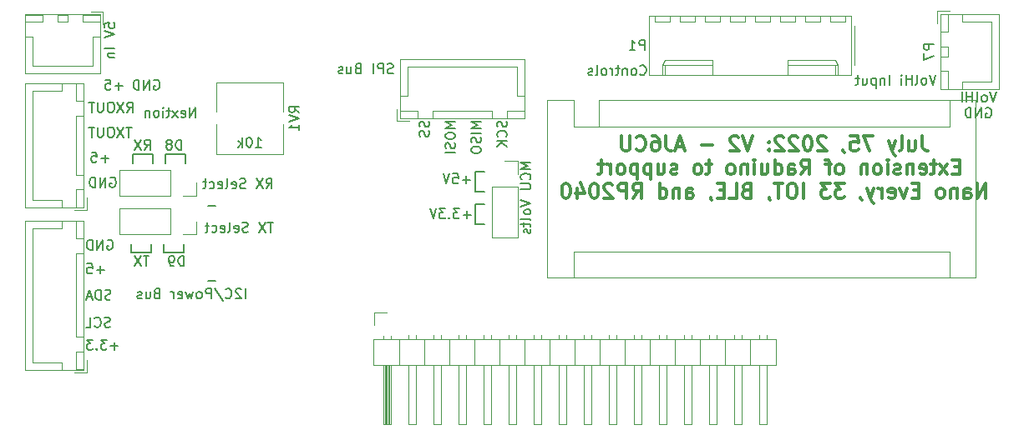
<source format=gbr>
%TF.GenerationSoftware,KiCad,Pcbnew,(6.0.6)*%
%TF.CreationDate,2022-07-29T16:20:17-07:00*%
%TF.ProjectId,uBitx Raduino Clone V2,75426974-7820-4526-9164-75696e6f2043,rev?*%
%TF.SameCoordinates,Original*%
%TF.FileFunction,Legend,Bot*%
%TF.FilePolarity,Positive*%
%FSLAX46Y46*%
G04 Gerber Fmt 4.6, Leading zero omitted, Abs format (unit mm)*
G04 Created by KiCad (PCBNEW (6.0.6)) date 2022-07-29 16:20:17*
%MOMM*%
%LPD*%
G01*
G04 APERTURE LIST*
%ADD10C,0.150000*%
%ADD11C,0.300000*%
%ADD12C,0.120000*%
G04 APERTURE END LIST*
D10*
X186245500Y-114935000D02*
X185356500Y-114935000D01*
X186245500Y-112903000D02*
X185356500Y-112903000D01*
X185356500Y-112903000D02*
X185356500Y-114935000D01*
X185356500Y-109601000D02*
X185356500Y-111633000D01*
X186245500Y-109601000D02*
X185356500Y-109601000D01*
X186245500Y-111633000D02*
X185356500Y-111633000D01*
X150622000Y-108775500D02*
X150622000Y-107886500D01*
X152654000Y-107886500D02*
X150622000Y-107886500D01*
X152654000Y-108775500D02*
X152654000Y-107886500D01*
X155956000Y-107886500D02*
X153924000Y-107886500D01*
X155956000Y-108775500D02*
X155956000Y-107886500D01*
X153924000Y-108775500D02*
X153924000Y-107886500D01*
X153797000Y-117856000D02*
X155829000Y-117856000D01*
X153797000Y-116967000D02*
X153797000Y-117856000D01*
X155829000Y-116967000D02*
X155829000Y-117856000D01*
X150495000Y-117856000D02*
X152527000Y-117856000D01*
X152527000Y-116967000D02*
X152527000Y-117856000D01*
X150495000Y-116967000D02*
X150495000Y-117856000D01*
X188491761Y-104505285D02*
X188539380Y-104648142D01*
X188539380Y-104886238D01*
X188491761Y-104981476D01*
X188444142Y-105029095D01*
X188348904Y-105076714D01*
X188253666Y-105076714D01*
X188158428Y-105029095D01*
X188110809Y-104981476D01*
X188063190Y-104886238D01*
X188015571Y-104695761D01*
X187967952Y-104600523D01*
X187920333Y-104552904D01*
X187825095Y-104505285D01*
X187729857Y-104505285D01*
X187634619Y-104552904D01*
X187587000Y-104600523D01*
X187539380Y-104695761D01*
X187539380Y-104933857D01*
X187587000Y-105076714D01*
X188444142Y-106076714D02*
X188491761Y-106029095D01*
X188539380Y-105886238D01*
X188539380Y-105791000D01*
X188491761Y-105648142D01*
X188396523Y-105552904D01*
X188301285Y-105505285D01*
X188110809Y-105457666D01*
X187967952Y-105457666D01*
X187777476Y-105505285D01*
X187682238Y-105552904D01*
X187587000Y-105648142D01*
X187539380Y-105791000D01*
X187539380Y-105886238D01*
X187587000Y-106029095D01*
X187634619Y-106076714D01*
X188539380Y-106505285D02*
X187539380Y-106505285D01*
X188539380Y-107076714D02*
X187967952Y-106648142D01*
X187539380Y-107076714D02*
X188110809Y-106505285D01*
X185914712Y-104552904D02*
X184914712Y-104552904D01*
X185628998Y-104886237D01*
X184914712Y-105219571D01*
X185914712Y-105219571D01*
X185914712Y-105695761D02*
X184914712Y-105695761D01*
X185867093Y-106124333D02*
X185914712Y-106267190D01*
X185914712Y-106505285D01*
X185867093Y-106600523D01*
X185819474Y-106648142D01*
X185724236Y-106695761D01*
X185628998Y-106695761D01*
X185533760Y-106648142D01*
X185486141Y-106600523D01*
X185438522Y-106505285D01*
X185390903Y-106314809D01*
X185343284Y-106219571D01*
X185295665Y-106171952D01*
X185200427Y-106124333D01*
X185105189Y-106124333D01*
X185009951Y-106171952D01*
X184962332Y-106219571D01*
X184914712Y-106314809D01*
X184914712Y-106552904D01*
X184962332Y-106695761D01*
X184914712Y-107314809D02*
X184914712Y-107505285D01*
X184962332Y-107600523D01*
X185057570Y-107695761D01*
X185248046Y-107743380D01*
X185581379Y-107743380D01*
X185771855Y-107695761D01*
X185867093Y-107600523D01*
X185914712Y-107505285D01*
X185914712Y-107314809D01*
X185867093Y-107219571D01*
X185771855Y-107124333D01*
X185581379Y-107076713D01*
X185248046Y-107076713D01*
X185057570Y-107124333D01*
X184962332Y-107219571D01*
X184914712Y-107314809D01*
X183290046Y-104552904D02*
X182290046Y-104552904D01*
X183004332Y-104886237D01*
X182290046Y-105219571D01*
X183290046Y-105219571D01*
X182290046Y-105886237D02*
X182290046Y-106076713D01*
X182337666Y-106171952D01*
X182432904Y-106267190D01*
X182623380Y-106314809D01*
X182956713Y-106314809D01*
X183147189Y-106267190D01*
X183242427Y-106171952D01*
X183290046Y-106076713D01*
X183290046Y-105886237D01*
X183242427Y-105790999D01*
X183147189Y-105695761D01*
X182956713Y-105648142D01*
X182623380Y-105648142D01*
X182432904Y-105695761D01*
X182337666Y-105790999D01*
X182290046Y-105886237D01*
X183242427Y-106695761D02*
X183290046Y-106838618D01*
X183290046Y-107076713D01*
X183242427Y-107171952D01*
X183194808Y-107219571D01*
X183099570Y-107267190D01*
X183004332Y-107267190D01*
X182909094Y-107219571D01*
X182861475Y-107171952D01*
X182813856Y-107076713D01*
X182766237Y-106886237D01*
X182718618Y-106790999D01*
X182670999Y-106743380D01*
X182575761Y-106695761D01*
X182480523Y-106695761D01*
X182385285Y-106743380D01*
X182337666Y-106790999D01*
X182290046Y-106886237D01*
X182290046Y-107124333D01*
X182337666Y-107267190D01*
X183290046Y-107695761D02*
X182290046Y-107695761D01*
X180617761Y-104505285D02*
X180665380Y-104648142D01*
X180665380Y-104886237D01*
X180617761Y-104981475D01*
X180570142Y-105029094D01*
X180474904Y-105076713D01*
X180379666Y-105076713D01*
X180284428Y-105029094D01*
X180236809Y-104981475D01*
X180189190Y-104886237D01*
X180141571Y-104695761D01*
X180093952Y-104600523D01*
X180046333Y-104552904D01*
X179951095Y-104505285D01*
X179855857Y-104505285D01*
X179760619Y-104552904D01*
X179713000Y-104600523D01*
X179665380Y-104695761D01*
X179665380Y-104933856D01*
X179713000Y-105076713D01*
X180617761Y-105457666D02*
X180665380Y-105600523D01*
X180665380Y-105838618D01*
X180617761Y-105933856D01*
X180570142Y-105981475D01*
X180474904Y-106029094D01*
X180379666Y-106029094D01*
X180284428Y-105981475D01*
X180236809Y-105933856D01*
X180189190Y-105838618D01*
X180141571Y-105648142D01*
X180093952Y-105552904D01*
X180046333Y-105505285D01*
X179951095Y-105457666D01*
X179855857Y-105457666D01*
X179760619Y-105505285D01*
X179713000Y-105552904D01*
X179665380Y-105648142D01*
X179665380Y-105886237D01*
X179713000Y-106029094D01*
X238156523Y-101517380D02*
X237823190Y-102517380D01*
X237489857Y-101517380D01*
X237013666Y-102517380D02*
X237108904Y-102469761D01*
X237156523Y-102422142D01*
X237204142Y-102326904D01*
X237204142Y-102041190D01*
X237156523Y-101945952D01*
X237108904Y-101898333D01*
X237013666Y-101850714D01*
X236870809Y-101850714D01*
X236775571Y-101898333D01*
X236727952Y-101945952D01*
X236680333Y-102041190D01*
X236680333Y-102326904D01*
X236727952Y-102422142D01*
X236775571Y-102469761D01*
X236870809Y-102517380D01*
X237013666Y-102517380D01*
X236108904Y-102517380D02*
X236204142Y-102469761D01*
X236251761Y-102374523D01*
X236251761Y-101517380D01*
X235727952Y-102517380D02*
X235727952Y-101517380D01*
X235727952Y-101993571D02*
X235156523Y-101993571D01*
X235156523Y-102517380D02*
X235156523Y-101517380D01*
X234680333Y-102517380D02*
X234680333Y-101517380D01*
X237108904Y-103175000D02*
X237204142Y-103127380D01*
X237347000Y-103127380D01*
X237489857Y-103175000D01*
X237585095Y-103270238D01*
X237632714Y-103365476D01*
X237680333Y-103555952D01*
X237680333Y-103698809D01*
X237632714Y-103889285D01*
X237585095Y-103984523D01*
X237489857Y-104079761D01*
X237347000Y-104127380D01*
X237251761Y-104127380D01*
X237108904Y-104079761D01*
X237061285Y-104032142D01*
X237061285Y-103698809D01*
X237251761Y-103698809D01*
X236632714Y-104127380D02*
X236632714Y-103127380D01*
X236061285Y-104127380D01*
X236061285Y-103127380D01*
X235585095Y-104127380D02*
X235585095Y-103127380D01*
X235347000Y-103127380D01*
X235204142Y-103175000D01*
X235108904Y-103270238D01*
X235061285Y-103365476D01*
X235013666Y-103555952D01*
X235013666Y-103698809D01*
X235061285Y-103889285D01*
X235108904Y-103984523D01*
X235204142Y-104079761D01*
X235347000Y-104127380D01*
X235585095Y-104127380D01*
X152780904Y-100338000D02*
X152876142Y-100290380D01*
X153019000Y-100290380D01*
X153161857Y-100338000D01*
X153257095Y-100433238D01*
X153304714Y-100528476D01*
X153352333Y-100718952D01*
X153352333Y-100861809D01*
X153304714Y-101052285D01*
X153257095Y-101147523D01*
X153161857Y-101242761D01*
X153019000Y-101290380D01*
X152923761Y-101290380D01*
X152780904Y-101242761D01*
X152733285Y-101195142D01*
X152733285Y-100861809D01*
X152923761Y-100861809D01*
X152304714Y-101290380D02*
X152304714Y-100290380D01*
X151733285Y-101290380D01*
X151733285Y-100290380D01*
X151257095Y-101290380D02*
X151257095Y-100290380D01*
X151019000Y-100290380D01*
X150876142Y-100338000D01*
X150780904Y-100433238D01*
X150733285Y-100528476D01*
X150685666Y-100718952D01*
X150685666Y-100861809D01*
X150733285Y-101052285D01*
X150780904Y-101147523D01*
X150876142Y-101242761D01*
X151019000Y-101290380D01*
X151257095Y-101290380D01*
X149574142Y-100909428D02*
X148812238Y-100909428D01*
X149193190Y-101290380D02*
X149193190Y-100528476D01*
X147859857Y-100290380D02*
X148336047Y-100290380D01*
X148383666Y-100766571D01*
X148336047Y-100718952D01*
X148240809Y-100671333D01*
X148002714Y-100671333D01*
X147907476Y-100718952D01*
X147859857Y-100766571D01*
X147812238Y-100861809D01*
X147812238Y-101099904D01*
X147859857Y-101195142D01*
X147907476Y-101242761D01*
X148002714Y-101290380D01*
X148240809Y-101290380D01*
X148336047Y-101242761D01*
X148383666Y-101195142D01*
X148343951Y-110244000D02*
X148439189Y-110196380D01*
X148582047Y-110196380D01*
X148724904Y-110244000D01*
X148820142Y-110339238D01*
X148867761Y-110434476D01*
X148915380Y-110624952D01*
X148915380Y-110767809D01*
X148867761Y-110958285D01*
X148820142Y-111053523D01*
X148724904Y-111148761D01*
X148582047Y-111196380D01*
X148486808Y-111196380D01*
X148343951Y-111148761D01*
X148296332Y-111101142D01*
X148296332Y-110767809D01*
X148486808Y-110767809D01*
X147867761Y-111196380D02*
X147867761Y-110196380D01*
X147296332Y-111196380D01*
X147296332Y-110196380D01*
X146820142Y-111196380D02*
X146820142Y-110196380D01*
X146582047Y-110196380D01*
X146439189Y-110244000D01*
X146343951Y-110339238D01*
X146296332Y-110434476D01*
X146248713Y-110624952D01*
X146248713Y-110767809D01*
X146296332Y-110958285D01*
X146343951Y-111053523D01*
X146439189Y-111148761D01*
X146582047Y-111196380D01*
X146820142Y-111196380D01*
X148050189Y-116594000D02*
X148145427Y-116546380D01*
X148288285Y-116546380D01*
X148431142Y-116594000D01*
X148526380Y-116689238D01*
X148573999Y-116784476D01*
X148621618Y-116974952D01*
X148621618Y-117117809D01*
X148573999Y-117308285D01*
X148526380Y-117403523D01*
X148431142Y-117498761D01*
X148288285Y-117546380D01*
X148193046Y-117546380D01*
X148050189Y-117498761D01*
X148002570Y-117451142D01*
X148002570Y-117117809D01*
X148193046Y-117117809D01*
X147573999Y-117546380D02*
X147573999Y-116546380D01*
X147002570Y-117546380D01*
X147002570Y-116546380D01*
X146526380Y-117546380D02*
X146526380Y-116546380D01*
X146288285Y-116546380D01*
X146145427Y-116594000D01*
X146050189Y-116689238D01*
X146002570Y-116784476D01*
X145954951Y-116974952D01*
X145954951Y-117117809D01*
X146002570Y-117308285D01*
X146050189Y-117403523D01*
X146145427Y-117498761D01*
X146288285Y-117546380D01*
X146526380Y-117546380D01*
X150058238Y-103576380D02*
X150391571Y-103100190D01*
X150629666Y-103576380D02*
X150629666Y-102576380D01*
X150248714Y-102576380D01*
X150153476Y-102624000D01*
X150105857Y-102671619D01*
X150058238Y-102766857D01*
X150058238Y-102909714D01*
X150105857Y-103004952D01*
X150153476Y-103052571D01*
X150248714Y-103100190D01*
X150629666Y-103100190D01*
X149724904Y-102576380D02*
X149058238Y-103576380D01*
X149058238Y-102576380D02*
X149724904Y-103576380D01*
X148486809Y-102576380D02*
X148296333Y-102576380D01*
X148201095Y-102624000D01*
X148105857Y-102719238D01*
X148058238Y-102909714D01*
X148058238Y-103243047D01*
X148105857Y-103433523D01*
X148201095Y-103528761D01*
X148296333Y-103576380D01*
X148486809Y-103576380D01*
X148582047Y-103528761D01*
X148677285Y-103433523D01*
X148724904Y-103243047D01*
X148724904Y-102909714D01*
X148677285Y-102719238D01*
X148582047Y-102624000D01*
X148486809Y-102576380D01*
X147629666Y-102576380D02*
X147629666Y-103385904D01*
X147582047Y-103481142D01*
X147534428Y-103528761D01*
X147439190Y-103576380D01*
X147248714Y-103576380D01*
X147153476Y-103528761D01*
X147105857Y-103481142D01*
X147058238Y-103385904D01*
X147058238Y-102576380D01*
X146724904Y-102576380D02*
X146153476Y-102576380D01*
X146439190Y-103576380D02*
X146439190Y-102576380D01*
X150534428Y-105116380D02*
X149962999Y-105116380D01*
X150248713Y-106116380D02*
X150248713Y-105116380D01*
X149724904Y-105116380D02*
X149058237Y-106116380D01*
X149058237Y-105116380D02*
X149724904Y-106116380D01*
X148486809Y-105116380D02*
X148296332Y-105116380D01*
X148201094Y-105164000D01*
X148105856Y-105259238D01*
X148058237Y-105449714D01*
X148058237Y-105783047D01*
X148105856Y-105973523D01*
X148201094Y-106068761D01*
X148296332Y-106116380D01*
X148486809Y-106116380D01*
X148582047Y-106068761D01*
X148677285Y-105973523D01*
X148724904Y-105783047D01*
X148724904Y-105449714D01*
X148677285Y-105259238D01*
X148582047Y-105164000D01*
X148486809Y-105116380D01*
X147629666Y-105116380D02*
X147629666Y-105925904D01*
X147582047Y-106021142D01*
X147534428Y-106068761D01*
X147439190Y-106116380D01*
X147248713Y-106116380D01*
X147153475Y-106068761D01*
X147105856Y-106021142D01*
X147058237Y-105925904D01*
X147058237Y-105116380D01*
X146724904Y-105116380D02*
X146153475Y-105116380D01*
X146439190Y-106116380D02*
X146439190Y-105116380D01*
X151804666Y-107386380D02*
X152138000Y-106910190D01*
X152376095Y-107386380D02*
X152376095Y-106386380D01*
X151995142Y-106386380D01*
X151899904Y-106434000D01*
X151852285Y-106481619D01*
X151804666Y-106576857D01*
X151804666Y-106719714D01*
X151852285Y-106814952D01*
X151899904Y-106862571D01*
X151995142Y-106910190D01*
X152376095Y-106910190D01*
X151471333Y-106386380D02*
X150804666Y-107386380D01*
X150804666Y-106386380D02*
X151471333Y-107386380D01*
X152272904Y-118197380D02*
X151701476Y-118197380D01*
X151987190Y-119197380D02*
X151987190Y-118197380D01*
X151463380Y-118197380D02*
X150796714Y-119197380D01*
X150796714Y-118197380D02*
X151463380Y-119197380D01*
X148177142Y-108275428D02*
X147415238Y-108275428D01*
X147796190Y-108656380D02*
X147796190Y-107894476D01*
X146462857Y-107656380D02*
X146939047Y-107656380D01*
X146986666Y-108132571D01*
X146939047Y-108084952D01*
X146843809Y-108037333D01*
X146605714Y-108037333D01*
X146510476Y-108084952D01*
X146462857Y-108132571D01*
X146415238Y-108227809D01*
X146415238Y-108465904D01*
X146462857Y-108561142D01*
X146510476Y-108608761D01*
X146605714Y-108656380D01*
X146843809Y-108656380D01*
X146939047Y-108608761D01*
X146986666Y-108561142D01*
X155551095Y-107386380D02*
X155551095Y-106386380D01*
X155313000Y-106386380D01*
X155170142Y-106434000D01*
X155074904Y-106529238D01*
X155027285Y-106624476D01*
X154979666Y-106814952D01*
X154979666Y-106957809D01*
X155027285Y-107148285D01*
X155074904Y-107243523D01*
X155170142Y-107338761D01*
X155313000Y-107386380D01*
X155551095Y-107386380D01*
X154408238Y-106814952D02*
X154503476Y-106767333D01*
X154551095Y-106719714D01*
X154598714Y-106624476D01*
X154598714Y-106576857D01*
X154551095Y-106481619D01*
X154503476Y-106434000D01*
X154408238Y-106386380D01*
X154217761Y-106386380D01*
X154122523Y-106434000D01*
X154074904Y-106481619D01*
X154027285Y-106576857D01*
X154027285Y-106624476D01*
X154074904Y-106719714D01*
X154122523Y-106767333D01*
X154217761Y-106814952D01*
X154408238Y-106814952D01*
X154503476Y-106862571D01*
X154551095Y-106910190D01*
X154598714Y-107005428D01*
X154598714Y-107195904D01*
X154551095Y-107291142D01*
X154503476Y-107338761D01*
X154408238Y-107386380D01*
X154217761Y-107386380D01*
X154122523Y-107338761D01*
X154074904Y-107291142D01*
X154027285Y-107195904D01*
X154027285Y-107005428D01*
X154074904Y-106910190D01*
X154122523Y-106862571D01*
X154217761Y-106814952D01*
D11*
X230681714Y-105983571D02*
X230681714Y-107055000D01*
X230753142Y-107269285D01*
X230896000Y-107412142D01*
X231110285Y-107483571D01*
X231253142Y-107483571D01*
X229324571Y-106483571D02*
X229324571Y-107483571D01*
X229967428Y-106483571D02*
X229967428Y-107269285D01*
X229896000Y-107412142D01*
X229753142Y-107483571D01*
X229538857Y-107483571D01*
X229396000Y-107412142D01*
X229324571Y-107340714D01*
X228396000Y-107483571D02*
X228538857Y-107412142D01*
X228610285Y-107269285D01*
X228610285Y-105983571D01*
X227967428Y-106483571D02*
X227610285Y-107483571D01*
X227253142Y-106483571D02*
X227610285Y-107483571D01*
X227753142Y-107840714D01*
X227824571Y-107912142D01*
X227967428Y-107983571D01*
X225681714Y-105983571D02*
X224681714Y-105983571D01*
X225324571Y-107483571D01*
X223396000Y-105983571D02*
X224110285Y-105983571D01*
X224181714Y-106697857D01*
X224110285Y-106626428D01*
X223967428Y-106555000D01*
X223610285Y-106555000D01*
X223467428Y-106626428D01*
X223396000Y-106697857D01*
X223324571Y-106840714D01*
X223324571Y-107197857D01*
X223396000Y-107340714D01*
X223467428Y-107412142D01*
X223610285Y-107483571D01*
X223967428Y-107483571D01*
X224110285Y-107412142D01*
X224181714Y-107340714D01*
X222610285Y-107412142D02*
X222610285Y-107483571D01*
X222681714Y-107626428D01*
X222753142Y-107697857D01*
X220896000Y-106126428D02*
X220824571Y-106055000D01*
X220681714Y-105983571D01*
X220324571Y-105983571D01*
X220181714Y-106055000D01*
X220110285Y-106126428D01*
X220038857Y-106269285D01*
X220038857Y-106412142D01*
X220110285Y-106626428D01*
X220967428Y-107483571D01*
X220038857Y-107483571D01*
X219110285Y-105983571D02*
X218967428Y-105983571D01*
X218824571Y-106055000D01*
X218753142Y-106126428D01*
X218681714Y-106269285D01*
X218610285Y-106555000D01*
X218610285Y-106912142D01*
X218681714Y-107197857D01*
X218753142Y-107340714D01*
X218824571Y-107412142D01*
X218967428Y-107483571D01*
X219110285Y-107483571D01*
X219253142Y-107412142D01*
X219324571Y-107340714D01*
X219396000Y-107197857D01*
X219467428Y-106912142D01*
X219467428Y-106555000D01*
X219396000Y-106269285D01*
X219324571Y-106126428D01*
X219253142Y-106055000D01*
X219110285Y-105983571D01*
X218038857Y-106126428D02*
X217967428Y-106055000D01*
X217824571Y-105983571D01*
X217467428Y-105983571D01*
X217324571Y-106055000D01*
X217253142Y-106126428D01*
X217181714Y-106269285D01*
X217181714Y-106412142D01*
X217253142Y-106626428D01*
X218110285Y-107483571D01*
X217181714Y-107483571D01*
X216610285Y-106126428D02*
X216538857Y-106055000D01*
X216396000Y-105983571D01*
X216038857Y-105983571D01*
X215896000Y-106055000D01*
X215824571Y-106126428D01*
X215753142Y-106269285D01*
X215753142Y-106412142D01*
X215824571Y-106626428D01*
X216681714Y-107483571D01*
X215753142Y-107483571D01*
X215110285Y-107340714D02*
X215038857Y-107412142D01*
X215110285Y-107483571D01*
X215181714Y-107412142D01*
X215110285Y-107340714D01*
X215110285Y-107483571D01*
X215110285Y-106555000D02*
X215038857Y-106626428D01*
X215110285Y-106697857D01*
X215181714Y-106626428D01*
X215110285Y-106555000D01*
X215110285Y-106697857D01*
X213467428Y-105983571D02*
X212967428Y-107483571D01*
X212467428Y-105983571D01*
X212038857Y-106126428D02*
X211967428Y-106055000D01*
X211824571Y-105983571D01*
X211467428Y-105983571D01*
X211324571Y-106055000D01*
X211253142Y-106126428D01*
X211181714Y-106269285D01*
X211181714Y-106412142D01*
X211253142Y-106626428D01*
X212110285Y-107483571D01*
X211181714Y-107483571D01*
X209396000Y-106912142D02*
X208253142Y-106912142D01*
X206467428Y-107055000D02*
X205753142Y-107055000D01*
X206610285Y-107483571D02*
X206110285Y-105983571D01*
X205610285Y-107483571D01*
X204681714Y-105983571D02*
X204681714Y-107055000D01*
X204753142Y-107269285D01*
X204896000Y-107412142D01*
X205110285Y-107483571D01*
X205253142Y-107483571D01*
X203324571Y-105983571D02*
X203610285Y-105983571D01*
X203753142Y-106055000D01*
X203824571Y-106126428D01*
X203967428Y-106340714D01*
X204038857Y-106626428D01*
X204038857Y-107197857D01*
X203967428Y-107340714D01*
X203896000Y-107412142D01*
X203753142Y-107483571D01*
X203467428Y-107483571D01*
X203324571Y-107412142D01*
X203253142Y-107340714D01*
X203181714Y-107197857D01*
X203181714Y-106840714D01*
X203253142Y-106697857D01*
X203324571Y-106626428D01*
X203467428Y-106555000D01*
X203753142Y-106555000D01*
X203896000Y-106626428D01*
X203967428Y-106697857D01*
X204038857Y-106840714D01*
X201681714Y-107340714D02*
X201753142Y-107412142D01*
X201967428Y-107483571D01*
X202110285Y-107483571D01*
X202324571Y-107412142D01*
X202467428Y-107269285D01*
X202538857Y-107126428D01*
X202610285Y-106840714D01*
X202610285Y-106626428D01*
X202538857Y-106340714D01*
X202467428Y-106197857D01*
X202324571Y-106055000D01*
X202110285Y-105983571D01*
X201967428Y-105983571D01*
X201753142Y-106055000D01*
X201681714Y-106126428D01*
X201038857Y-105983571D02*
X201038857Y-107197857D01*
X200967428Y-107340714D01*
X200896000Y-107412142D01*
X200753142Y-107483571D01*
X200467428Y-107483571D01*
X200324571Y-107412142D01*
X200253142Y-107340714D01*
X200181714Y-107197857D01*
X200181714Y-105983571D01*
X234431714Y-109112857D02*
X233931714Y-109112857D01*
X233717428Y-109898571D02*
X234431714Y-109898571D01*
X234431714Y-108398571D01*
X233717428Y-108398571D01*
X233217428Y-109898571D02*
X232431714Y-108898571D01*
X233217428Y-108898571D02*
X232431714Y-109898571D01*
X232074571Y-108898571D02*
X231503142Y-108898571D01*
X231860285Y-108398571D02*
X231860285Y-109684285D01*
X231788857Y-109827142D01*
X231646000Y-109898571D01*
X231503142Y-109898571D01*
X230431714Y-109827142D02*
X230574571Y-109898571D01*
X230860285Y-109898571D01*
X231003142Y-109827142D01*
X231074571Y-109684285D01*
X231074571Y-109112857D01*
X231003142Y-108970000D01*
X230860285Y-108898571D01*
X230574571Y-108898571D01*
X230431714Y-108970000D01*
X230360285Y-109112857D01*
X230360285Y-109255714D01*
X231074571Y-109398571D01*
X229717428Y-108898571D02*
X229717428Y-109898571D01*
X229717428Y-109041428D02*
X229646000Y-108970000D01*
X229503142Y-108898571D01*
X229288857Y-108898571D01*
X229146000Y-108970000D01*
X229074571Y-109112857D01*
X229074571Y-109898571D01*
X228431714Y-109827142D02*
X228288857Y-109898571D01*
X228003142Y-109898571D01*
X227860285Y-109827142D01*
X227788857Y-109684285D01*
X227788857Y-109612857D01*
X227860285Y-109470000D01*
X228003142Y-109398571D01*
X228217428Y-109398571D01*
X228360285Y-109327142D01*
X228431714Y-109184285D01*
X228431714Y-109112857D01*
X228360285Y-108970000D01*
X228217428Y-108898571D01*
X228003142Y-108898571D01*
X227860285Y-108970000D01*
X227146000Y-109898571D02*
X227146000Y-108898571D01*
X227146000Y-108398571D02*
X227217428Y-108470000D01*
X227146000Y-108541428D01*
X227074571Y-108470000D01*
X227146000Y-108398571D01*
X227146000Y-108541428D01*
X226217428Y-109898571D02*
X226360285Y-109827142D01*
X226431714Y-109755714D01*
X226503142Y-109612857D01*
X226503142Y-109184285D01*
X226431714Y-109041428D01*
X226360285Y-108970000D01*
X226217428Y-108898571D01*
X226003142Y-108898571D01*
X225860285Y-108970000D01*
X225788857Y-109041428D01*
X225717428Y-109184285D01*
X225717428Y-109612857D01*
X225788857Y-109755714D01*
X225860285Y-109827142D01*
X226003142Y-109898571D01*
X226217428Y-109898571D01*
X225074571Y-108898571D02*
X225074571Y-109898571D01*
X225074571Y-109041428D02*
X225003142Y-108970000D01*
X224860285Y-108898571D01*
X224646000Y-108898571D01*
X224503142Y-108970000D01*
X224431714Y-109112857D01*
X224431714Y-109898571D01*
X222360285Y-109898571D02*
X222503142Y-109827142D01*
X222574571Y-109755714D01*
X222646000Y-109612857D01*
X222646000Y-109184285D01*
X222574571Y-109041428D01*
X222503142Y-108970000D01*
X222360285Y-108898571D01*
X222146000Y-108898571D01*
X222003142Y-108970000D01*
X221931714Y-109041428D01*
X221860285Y-109184285D01*
X221860285Y-109612857D01*
X221931714Y-109755714D01*
X222003142Y-109827142D01*
X222146000Y-109898571D01*
X222360285Y-109898571D01*
X221431714Y-108898571D02*
X220860285Y-108898571D01*
X221217428Y-109898571D02*
X221217428Y-108612857D01*
X221146000Y-108470000D01*
X221003142Y-108398571D01*
X220860285Y-108398571D01*
X218360285Y-109898571D02*
X218860285Y-109184285D01*
X219217428Y-109898571D02*
X219217428Y-108398571D01*
X218646000Y-108398571D01*
X218503142Y-108470000D01*
X218431714Y-108541428D01*
X218360285Y-108684285D01*
X218360285Y-108898571D01*
X218431714Y-109041428D01*
X218503142Y-109112857D01*
X218646000Y-109184285D01*
X219217428Y-109184285D01*
X217074571Y-109898571D02*
X217074571Y-109112857D01*
X217146000Y-108970000D01*
X217288857Y-108898571D01*
X217574571Y-108898571D01*
X217717428Y-108970000D01*
X217074571Y-109827142D02*
X217217428Y-109898571D01*
X217574571Y-109898571D01*
X217717428Y-109827142D01*
X217788857Y-109684285D01*
X217788857Y-109541428D01*
X217717428Y-109398571D01*
X217574571Y-109327142D01*
X217217428Y-109327142D01*
X217074571Y-109255714D01*
X215717428Y-109898571D02*
X215717428Y-108398571D01*
X215717428Y-109827142D02*
X215860285Y-109898571D01*
X216146000Y-109898571D01*
X216288857Y-109827142D01*
X216360285Y-109755714D01*
X216431714Y-109612857D01*
X216431714Y-109184285D01*
X216360285Y-109041428D01*
X216288857Y-108970000D01*
X216146000Y-108898571D01*
X215860285Y-108898571D01*
X215717428Y-108970000D01*
X214360285Y-108898571D02*
X214360285Y-109898571D01*
X215003142Y-108898571D02*
X215003142Y-109684285D01*
X214931714Y-109827142D01*
X214788857Y-109898571D01*
X214574571Y-109898571D01*
X214431714Y-109827142D01*
X214360285Y-109755714D01*
X213646000Y-109898571D02*
X213646000Y-108898571D01*
X213646000Y-108398571D02*
X213717428Y-108470000D01*
X213646000Y-108541428D01*
X213574571Y-108470000D01*
X213646000Y-108398571D01*
X213646000Y-108541428D01*
X212931714Y-108898571D02*
X212931714Y-109898571D01*
X212931714Y-109041428D02*
X212860285Y-108970000D01*
X212717428Y-108898571D01*
X212503142Y-108898571D01*
X212360285Y-108970000D01*
X212288857Y-109112857D01*
X212288857Y-109898571D01*
X211360285Y-109898571D02*
X211503142Y-109827142D01*
X211574571Y-109755714D01*
X211646000Y-109612857D01*
X211646000Y-109184285D01*
X211574571Y-109041428D01*
X211503142Y-108970000D01*
X211360285Y-108898571D01*
X211146000Y-108898571D01*
X211003142Y-108970000D01*
X210931714Y-109041428D01*
X210860285Y-109184285D01*
X210860285Y-109612857D01*
X210931714Y-109755714D01*
X211003142Y-109827142D01*
X211146000Y-109898571D01*
X211360285Y-109898571D01*
X209288857Y-108898571D02*
X208717428Y-108898571D01*
X209074571Y-108398571D02*
X209074571Y-109684285D01*
X209003142Y-109827142D01*
X208860285Y-109898571D01*
X208717428Y-109898571D01*
X208003142Y-109898571D02*
X208146000Y-109827142D01*
X208217428Y-109755714D01*
X208288857Y-109612857D01*
X208288857Y-109184285D01*
X208217428Y-109041428D01*
X208146000Y-108970000D01*
X208003142Y-108898571D01*
X207788857Y-108898571D01*
X207646000Y-108970000D01*
X207574571Y-109041428D01*
X207503142Y-109184285D01*
X207503142Y-109612857D01*
X207574571Y-109755714D01*
X207646000Y-109827142D01*
X207788857Y-109898571D01*
X208003142Y-109898571D01*
X205788857Y-109827142D02*
X205646000Y-109898571D01*
X205360285Y-109898571D01*
X205217428Y-109827142D01*
X205146000Y-109684285D01*
X205146000Y-109612857D01*
X205217428Y-109470000D01*
X205360285Y-109398571D01*
X205574571Y-109398571D01*
X205717428Y-109327142D01*
X205788857Y-109184285D01*
X205788857Y-109112857D01*
X205717428Y-108970000D01*
X205574571Y-108898571D01*
X205360285Y-108898571D01*
X205217428Y-108970000D01*
X203860285Y-108898571D02*
X203860285Y-109898571D01*
X204503142Y-108898571D02*
X204503142Y-109684285D01*
X204431714Y-109827142D01*
X204288857Y-109898571D01*
X204074571Y-109898571D01*
X203931714Y-109827142D01*
X203860285Y-109755714D01*
X203146000Y-108898571D02*
X203146000Y-110398571D01*
X203146000Y-108970000D02*
X203003142Y-108898571D01*
X202717428Y-108898571D01*
X202574571Y-108970000D01*
X202503142Y-109041428D01*
X202431714Y-109184285D01*
X202431714Y-109612857D01*
X202503142Y-109755714D01*
X202574571Y-109827142D01*
X202717428Y-109898571D01*
X203003142Y-109898571D01*
X203146000Y-109827142D01*
X201788857Y-108898571D02*
X201788857Y-110398571D01*
X201788857Y-108970000D02*
X201646000Y-108898571D01*
X201360285Y-108898571D01*
X201217428Y-108970000D01*
X201146000Y-109041428D01*
X201074571Y-109184285D01*
X201074571Y-109612857D01*
X201146000Y-109755714D01*
X201217428Y-109827142D01*
X201360285Y-109898571D01*
X201646000Y-109898571D01*
X201788857Y-109827142D01*
X200217428Y-109898571D02*
X200360285Y-109827142D01*
X200431714Y-109755714D01*
X200503142Y-109612857D01*
X200503142Y-109184285D01*
X200431714Y-109041428D01*
X200360285Y-108970000D01*
X200217428Y-108898571D01*
X200003142Y-108898571D01*
X199860285Y-108970000D01*
X199788857Y-109041428D01*
X199717428Y-109184285D01*
X199717428Y-109612857D01*
X199788857Y-109755714D01*
X199860285Y-109827142D01*
X200003142Y-109898571D01*
X200217428Y-109898571D01*
X199074571Y-109898571D02*
X199074571Y-108898571D01*
X199074571Y-109184285D02*
X199003142Y-109041428D01*
X198931714Y-108970000D01*
X198788857Y-108898571D01*
X198646000Y-108898571D01*
X198360285Y-108898571D02*
X197788857Y-108898571D01*
X198146000Y-108398571D02*
X198146000Y-109684285D01*
X198074571Y-109827142D01*
X197931714Y-109898571D01*
X197788857Y-109898571D01*
X237110285Y-112313571D02*
X237110285Y-110813571D01*
X236253142Y-112313571D01*
X236253142Y-110813571D01*
X234896000Y-112313571D02*
X234896000Y-111527857D01*
X234967428Y-111385000D01*
X235110285Y-111313571D01*
X235396000Y-111313571D01*
X235538857Y-111385000D01*
X234896000Y-112242142D02*
X235038857Y-112313571D01*
X235396000Y-112313571D01*
X235538857Y-112242142D01*
X235610285Y-112099285D01*
X235610285Y-111956428D01*
X235538857Y-111813571D01*
X235396000Y-111742142D01*
X235038857Y-111742142D01*
X234896000Y-111670714D01*
X234181714Y-111313571D02*
X234181714Y-112313571D01*
X234181714Y-111456428D02*
X234110285Y-111385000D01*
X233967428Y-111313571D01*
X233753142Y-111313571D01*
X233610285Y-111385000D01*
X233538857Y-111527857D01*
X233538857Y-112313571D01*
X232610285Y-112313571D02*
X232753142Y-112242142D01*
X232824571Y-112170714D01*
X232896000Y-112027857D01*
X232896000Y-111599285D01*
X232824571Y-111456428D01*
X232753142Y-111385000D01*
X232610285Y-111313571D01*
X232396000Y-111313571D01*
X232253142Y-111385000D01*
X232181714Y-111456428D01*
X232110285Y-111599285D01*
X232110285Y-112027857D01*
X232181714Y-112170714D01*
X232253142Y-112242142D01*
X232396000Y-112313571D01*
X232610285Y-112313571D01*
X230324571Y-111527857D02*
X229824571Y-111527857D01*
X229610285Y-112313571D02*
X230324571Y-112313571D01*
X230324571Y-110813571D01*
X229610285Y-110813571D01*
X229110285Y-111313571D02*
X228753142Y-112313571D01*
X228396000Y-111313571D01*
X227253142Y-112242142D02*
X227396000Y-112313571D01*
X227681714Y-112313571D01*
X227824571Y-112242142D01*
X227896000Y-112099285D01*
X227896000Y-111527857D01*
X227824571Y-111385000D01*
X227681714Y-111313571D01*
X227396000Y-111313571D01*
X227253142Y-111385000D01*
X227181714Y-111527857D01*
X227181714Y-111670714D01*
X227896000Y-111813571D01*
X226538857Y-112313571D02*
X226538857Y-111313571D01*
X226538857Y-111599285D02*
X226467428Y-111456428D01*
X226396000Y-111385000D01*
X226253142Y-111313571D01*
X226110285Y-111313571D01*
X225753142Y-111313571D02*
X225396000Y-112313571D01*
X225038857Y-111313571D02*
X225396000Y-112313571D01*
X225538857Y-112670714D01*
X225610285Y-112742142D01*
X225753142Y-112813571D01*
X224396000Y-112242142D02*
X224396000Y-112313571D01*
X224467428Y-112456428D01*
X224538857Y-112527857D01*
X222753142Y-110813571D02*
X221824571Y-110813571D01*
X222324571Y-111385000D01*
X222110285Y-111385000D01*
X221967428Y-111456428D01*
X221896000Y-111527857D01*
X221824571Y-111670714D01*
X221824571Y-112027857D01*
X221896000Y-112170714D01*
X221967428Y-112242142D01*
X222110285Y-112313571D01*
X222538857Y-112313571D01*
X222681714Y-112242142D01*
X222753142Y-112170714D01*
X221324571Y-110813571D02*
X220396000Y-110813571D01*
X220896000Y-111385000D01*
X220681714Y-111385000D01*
X220538857Y-111456428D01*
X220467428Y-111527857D01*
X220396000Y-111670714D01*
X220396000Y-112027857D01*
X220467428Y-112170714D01*
X220538857Y-112242142D01*
X220681714Y-112313571D01*
X221110285Y-112313571D01*
X221253142Y-112242142D01*
X221324571Y-112170714D01*
X218610285Y-112313571D02*
X218610285Y-110813571D01*
X217610285Y-110813571D02*
X217324571Y-110813571D01*
X217181714Y-110885000D01*
X217038857Y-111027857D01*
X216967428Y-111313571D01*
X216967428Y-111813571D01*
X217038857Y-112099285D01*
X217181714Y-112242142D01*
X217324571Y-112313571D01*
X217610285Y-112313571D01*
X217753142Y-112242142D01*
X217896000Y-112099285D01*
X217967428Y-111813571D01*
X217967428Y-111313571D01*
X217896000Y-111027857D01*
X217753142Y-110885000D01*
X217610285Y-110813571D01*
X216538857Y-110813571D02*
X215681714Y-110813571D01*
X216110285Y-112313571D02*
X216110285Y-110813571D01*
X215110285Y-112242142D02*
X215110285Y-112313571D01*
X215181714Y-112456428D01*
X215253142Y-112527857D01*
X212824571Y-111527857D02*
X212610285Y-111599285D01*
X212538857Y-111670714D01*
X212467428Y-111813571D01*
X212467428Y-112027857D01*
X212538857Y-112170714D01*
X212610285Y-112242142D01*
X212753142Y-112313571D01*
X213324571Y-112313571D01*
X213324571Y-110813571D01*
X212824571Y-110813571D01*
X212681714Y-110885000D01*
X212610285Y-110956428D01*
X212538857Y-111099285D01*
X212538857Y-111242142D01*
X212610285Y-111385000D01*
X212681714Y-111456428D01*
X212824571Y-111527857D01*
X213324571Y-111527857D01*
X211110285Y-112313571D02*
X211824571Y-112313571D01*
X211824571Y-110813571D01*
X210610285Y-111527857D02*
X210110285Y-111527857D01*
X209896000Y-112313571D02*
X210610285Y-112313571D01*
X210610285Y-110813571D01*
X209896000Y-110813571D01*
X209181714Y-112242142D02*
X209181714Y-112313571D01*
X209253142Y-112456428D01*
X209324571Y-112527857D01*
X206753142Y-112313571D02*
X206753142Y-111527857D01*
X206824571Y-111385000D01*
X206967428Y-111313571D01*
X207253142Y-111313571D01*
X207396000Y-111385000D01*
X206753142Y-112242142D02*
X206896000Y-112313571D01*
X207253142Y-112313571D01*
X207396000Y-112242142D01*
X207467428Y-112099285D01*
X207467428Y-111956428D01*
X207396000Y-111813571D01*
X207253142Y-111742142D01*
X206896000Y-111742142D01*
X206753142Y-111670714D01*
X206038857Y-111313571D02*
X206038857Y-112313571D01*
X206038857Y-111456428D02*
X205967428Y-111385000D01*
X205824571Y-111313571D01*
X205610285Y-111313571D01*
X205467428Y-111385000D01*
X205396000Y-111527857D01*
X205396000Y-112313571D01*
X204038857Y-112313571D02*
X204038857Y-110813571D01*
X204038857Y-112242142D02*
X204181714Y-112313571D01*
X204467428Y-112313571D01*
X204610285Y-112242142D01*
X204681714Y-112170714D01*
X204753142Y-112027857D01*
X204753142Y-111599285D01*
X204681714Y-111456428D01*
X204610285Y-111385000D01*
X204467428Y-111313571D01*
X204181714Y-111313571D01*
X204038857Y-111385000D01*
X201324571Y-112313571D02*
X201824571Y-111599285D01*
X202181714Y-112313571D02*
X202181714Y-110813571D01*
X201610285Y-110813571D01*
X201467428Y-110885000D01*
X201396000Y-110956428D01*
X201324571Y-111099285D01*
X201324571Y-111313571D01*
X201396000Y-111456428D01*
X201467428Y-111527857D01*
X201610285Y-111599285D01*
X202181714Y-111599285D01*
X200681714Y-112313571D02*
X200681714Y-110813571D01*
X200110285Y-110813571D01*
X199967428Y-110885000D01*
X199896000Y-110956428D01*
X199824571Y-111099285D01*
X199824571Y-111313571D01*
X199896000Y-111456428D01*
X199967428Y-111527857D01*
X200110285Y-111599285D01*
X200681714Y-111599285D01*
X199253142Y-110956428D02*
X199181714Y-110885000D01*
X199038857Y-110813571D01*
X198681714Y-110813571D01*
X198538857Y-110885000D01*
X198467428Y-110956428D01*
X198396000Y-111099285D01*
X198396000Y-111242142D01*
X198467428Y-111456428D01*
X199324571Y-112313571D01*
X198396000Y-112313571D01*
X197467428Y-110813571D02*
X197324571Y-110813571D01*
X197181714Y-110885000D01*
X197110285Y-110956428D01*
X197038857Y-111099285D01*
X196967428Y-111385000D01*
X196967428Y-111742142D01*
X197038857Y-112027857D01*
X197110285Y-112170714D01*
X197181714Y-112242142D01*
X197324571Y-112313571D01*
X197467428Y-112313571D01*
X197610285Y-112242142D01*
X197681714Y-112170714D01*
X197753142Y-112027857D01*
X197824571Y-111742142D01*
X197824571Y-111385000D01*
X197753142Y-111099285D01*
X197681714Y-110956428D01*
X197610285Y-110885000D01*
X197467428Y-110813571D01*
X195681714Y-111313571D02*
X195681714Y-112313571D01*
X196038857Y-110742142D02*
X196396000Y-111813571D01*
X195467428Y-111813571D01*
X194610285Y-110813571D02*
X194467428Y-110813571D01*
X194324571Y-110885000D01*
X194253142Y-110956428D01*
X194181714Y-111099285D01*
X194110285Y-111385000D01*
X194110285Y-111742142D01*
X194181714Y-112027857D01*
X194253142Y-112170714D01*
X194324571Y-112242142D01*
X194467428Y-112313571D01*
X194610285Y-112313571D01*
X194753142Y-112242142D01*
X194824571Y-112170714D01*
X194896000Y-112027857D01*
X194967428Y-111742142D01*
X194967428Y-111385000D01*
X194896000Y-111099285D01*
X194824571Y-110956428D01*
X194753142Y-110885000D01*
X194610285Y-110813571D01*
D10*
X184800714Y-110434428D02*
X184038809Y-110434428D01*
X184419761Y-110815380D02*
X184419761Y-110053476D01*
X183086428Y-109815380D02*
X183562619Y-109815380D01*
X183610238Y-110291571D01*
X183562619Y-110243952D01*
X183467380Y-110196333D01*
X183229285Y-110196333D01*
X183134047Y-110243952D01*
X183086428Y-110291571D01*
X183038809Y-110386809D01*
X183038809Y-110624904D01*
X183086428Y-110720142D01*
X183134047Y-110767761D01*
X183229285Y-110815380D01*
X183467380Y-110815380D01*
X183562619Y-110767761D01*
X183610238Y-110720142D01*
X182753095Y-109815380D02*
X182419761Y-110815380D01*
X182086428Y-109815380D01*
X149145428Y-127325428D02*
X148383523Y-127325428D01*
X148764476Y-127706380D02*
X148764476Y-126944476D01*
X148002571Y-126706380D02*
X147383523Y-126706380D01*
X147716857Y-127087333D01*
X147574000Y-127087333D01*
X147478761Y-127134952D01*
X147431142Y-127182571D01*
X147383523Y-127277809D01*
X147383523Y-127515904D01*
X147431142Y-127611142D01*
X147478761Y-127658761D01*
X147574000Y-127706380D01*
X147859714Y-127706380D01*
X147954952Y-127658761D01*
X148002571Y-127611142D01*
X146954952Y-127611142D02*
X146907333Y-127658761D01*
X146954952Y-127706380D01*
X147002571Y-127658761D01*
X146954952Y-127611142D01*
X146954952Y-127706380D01*
X146574000Y-126706380D02*
X145954952Y-126706380D01*
X146288285Y-127087333D01*
X146145428Y-127087333D01*
X146050190Y-127134952D01*
X146002571Y-127182571D01*
X145954952Y-127277809D01*
X145954952Y-127515904D01*
X146002571Y-127611142D01*
X146050190Y-127658761D01*
X146145428Y-127706380D01*
X146431142Y-127706380D01*
X146526380Y-127658761D01*
X146574000Y-127611142D01*
X158209047Y-113101428D02*
X158970952Y-113101428D01*
X158209047Y-120721428D02*
X158970952Y-120721428D01*
X147716856Y-119578428D02*
X146954952Y-119578428D01*
X147335904Y-119959380D02*
X147335904Y-119197476D01*
X146002571Y-118959380D02*
X146478761Y-118959380D01*
X146526380Y-119435571D01*
X146478761Y-119387952D01*
X146383523Y-119340333D01*
X146145428Y-119340333D01*
X146050190Y-119387952D01*
X146002571Y-119435571D01*
X145954952Y-119530809D01*
X145954952Y-119768904D01*
X146002571Y-119864142D01*
X146050190Y-119911761D01*
X146145428Y-119959380D01*
X146383523Y-119959380D01*
X146478761Y-119911761D01*
X146526380Y-119864142D01*
X148335904Y-125372761D02*
X148193047Y-125420380D01*
X147954951Y-125420380D01*
X147859713Y-125372761D01*
X147812094Y-125325142D01*
X147764475Y-125229904D01*
X147764475Y-125134666D01*
X147812094Y-125039428D01*
X147859713Y-124991809D01*
X147954951Y-124944190D01*
X148145428Y-124896571D01*
X148240666Y-124848952D01*
X148288285Y-124801333D01*
X148335904Y-124706095D01*
X148335904Y-124610857D01*
X148288285Y-124515619D01*
X148240666Y-124468000D01*
X148145428Y-124420380D01*
X147907332Y-124420380D01*
X147764475Y-124468000D01*
X146764475Y-125325142D02*
X146812094Y-125372761D01*
X146954951Y-125420380D01*
X147050189Y-125420380D01*
X147193047Y-125372761D01*
X147288285Y-125277523D01*
X147335904Y-125182285D01*
X147383523Y-124991809D01*
X147383523Y-124848952D01*
X147335904Y-124658476D01*
X147288285Y-124563238D01*
X147193047Y-124468000D01*
X147050189Y-124420380D01*
X146954951Y-124420380D01*
X146812094Y-124468000D01*
X146764475Y-124515619D01*
X145859713Y-125420380D02*
X146335904Y-125420380D01*
X146335904Y-124420380D01*
X148383523Y-122578761D02*
X148240666Y-122626380D01*
X148002571Y-122626380D01*
X147907333Y-122578761D01*
X147859714Y-122531142D01*
X147812095Y-122435904D01*
X147812095Y-122340666D01*
X147859714Y-122245428D01*
X147907333Y-122197809D01*
X148002571Y-122150190D01*
X148193047Y-122102571D01*
X148288285Y-122054952D01*
X148335904Y-122007333D01*
X148383523Y-121912095D01*
X148383523Y-121816857D01*
X148335904Y-121721619D01*
X148288285Y-121674000D01*
X148193047Y-121626380D01*
X147954952Y-121626380D01*
X147812095Y-121674000D01*
X147383523Y-122626380D02*
X147383523Y-121626380D01*
X147145428Y-121626380D01*
X147002571Y-121674000D01*
X146907333Y-121769238D01*
X146859714Y-121864476D01*
X146812095Y-122054952D01*
X146812095Y-122197809D01*
X146859714Y-122388285D01*
X146907333Y-122483523D01*
X147002571Y-122578761D01*
X147145428Y-122626380D01*
X147383523Y-122626380D01*
X146431142Y-122340666D02*
X145954952Y-122340666D01*
X146526380Y-122626380D02*
X146193047Y-121626380D01*
X145859714Y-122626380D01*
X184880000Y-113990428D02*
X184118095Y-113990428D01*
X184499047Y-114371380D02*
X184499047Y-113609476D01*
X183737142Y-113371380D02*
X183118095Y-113371380D01*
X183451428Y-113752333D01*
X183308571Y-113752333D01*
X183213333Y-113799952D01*
X183165714Y-113847571D01*
X183118095Y-113942809D01*
X183118095Y-114180904D01*
X183165714Y-114276142D01*
X183213333Y-114323761D01*
X183308571Y-114371380D01*
X183594285Y-114371380D01*
X183689523Y-114323761D01*
X183737142Y-114276142D01*
X182689523Y-114276142D02*
X182641904Y-114323761D01*
X182689523Y-114371380D01*
X182737142Y-114323761D01*
X182689523Y-114276142D01*
X182689523Y-114371380D01*
X182308571Y-113371380D02*
X181689523Y-113371380D01*
X182022857Y-113752333D01*
X181880000Y-113752333D01*
X181784761Y-113799952D01*
X181737142Y-113847571D01*
X181689523Y-113942809D01*
X181689523Y-114180904D01*
X181737142Y-114276142D01*
X181784761Y-114323761D01*
X181880000Y-114371380D01*
X182165714Y-114371380D01*
X182260952Y-114323761D01*
X182308571Y-114276142D01*
X181403809Y-113371380D02*
X181070476Y-114371380D01*
X180737142Y-113371380D01*
X155805095Y-119197380D02*
X155805095Y-118197380D01*
X155567000Y-118197380D01*
X155424142Y-118245000D01*
X155328904Y-118340238D01*
X155281285Y-118435476D01*
X155233666Y-118625952D01*
X155233666Y-118768809D01*
X155281285Y-118959285D01*
X155328904Y-119054523D01*
X155424142Y-119149761D01*
X155567000Y-119197380D01*
X155805095Y-119197380D01*
X154757476Y-119197380D02*
X154567000Y-119197380D01*
X154471761Y-119149761D01*
X154424142Y-119102142D01*
X154328904Y-118959285D01*
X154281285Y-118768809D01*
X154281285Y-118387857D01*
X154328904Y-118292619D01*
X154376523Y-118245000D01*
X154471761Y-118197380D01*
X154662238Y-118197380D01*
X154757476Y-118245000D01*
X154805095Y-118292619D01*
X154852714Y-118387857D01*
X154852714Y-118625952D01*
X154805095Y-118721190D01*
X154757476Y-118768809D01*
X154662238Y-118816428D01*
X154471761Y-118816428D01*
X154376523Y-118768809D01*
X154328904Y-118721190D01*
X154281285Y-118625952D01*
%TO.C,P7*%
X231835380Y-96670904D02*
X230835380Y-96670904D01*
X230835380Y-97051857D01*
X230883000Y-97147095D01*
X230930619Y-97194714D01*
X231025857Y-97242333D01*
X231168714Y-97242333D01*
X231263952Y-97194714D01*
X231311571Y-97147095D01*
X231359190Y-97051857D01*
X231359190Y-96670904D01*
X230835380Y-97575666D02*
X230835380Y-98242333D01*
X231835380Y-97813761D01*
X232036428Y-99782380D02*
X231703095Y-100782380D01*
X231369761Y-99782380D01*
X230893571Y-100782380D02*
X230988809Y-100734761D01*
X231036428Y-100687142D01*
X231084047Y-100591904D01*
X231084047Y-100306190D01*
X231036428Y-100210952D01*
X230988809Y-100163333D01*
X230893571Y-100115714D01*
X230750714Y-100115714D01*
X230655476Y-100163333D01*
X230607857Y-100210952D01*
X230560238Y-100306190D01*
X230560238Y-100591904D01*
X230607857Y-100687142D01*
X230655476Y-100734761D01*
X230750714Y-100782380D01*
X230893571Y-100782380D01*
X229988809Y-100782380D02*
X230084047Y-100734761D01*
X230131666Y-100639523D01*
X230131666Y-99782380D01*
X229607857Y-100782380D02*
X229607857Y-99782380D01*
X229607857Y-100258571D02*
X229036428Y-100258571D01*
X229036428Y-100782380D02*
X229036428Y-99782380D01*
X228560238Y-100782380D02*
X228560238Y-100115714D01*
X228560238Y-99782380D02*
X228607857Y-99830000D01*
X228560238Y-99877619D01*
X228512619Y-99830000D01*
X228560238Y-99782380D01*
X228560238Y-99877619D01*
X227322142Y-100782380D02*
X227322142Y-99782380D01*
X226845952Y-100115714D02*
X226845952Y-100782380D01*
X226845952Y-100210952D02*
X226798333Y-100163333D01*
X226703095Y-100115714D01*
X226560238Y-100115714D01*
X226465000Y-100163333D01*
X226417380Y-100258571D01*
X226417380Y-100782380D01*
X225941190Y-100115714D02*
X225941190Y-101115714D01*
X225941190Y-100163333D02*
X225845952Y-100115714D01*
X225655476Y-100115714D01*
X225560238Y-100163333D01*
X225512619Y-100210952D01*
X225465000Y-100306190D01*
X225465000Y-100591904D01*
X225512619Y-100687142D01*
X225560238Y-100734761D01*
X225655476Y-100782380D01*
X225845952Y-100782380D01*
X225941190Y-100734761D01*
X224607857Y-100115714D02*
X224607857Y-100782380D01*
X225036428Y-100115714D02*
X225036428Y-100639523D01*
X224988809Y-100734761D01*
X224893571Y-100782380D01*
X224750714Y-100782380D01*
X224655476Y-100734761D01*
X224607857Y-100687142D01*
X224274523Y-100115714D02*
X223893571Y-100115714D01*
X224131666Y-99782380D02*
X224131666Y-100639523D01*
X224084047Y-100734761D01*
X223988809Y-100782380D01*
X223893571Y-100782380D01*
%TO.C,RV1*%
X167490380Y-103604761D02*
X167014190Y-103271428D01*
X167490380Y-103033333D02*
X166490380Y-103033333D01*
X166490380Y-103414285D01*
X166538000Y-103509523D01*
X166585619Y-103557142D01*
X166680857Y-103604761D01*
X166823714Y-103604761D01*
X166918952Y-103557142D01*
X166966571Y-103509523D01*
X167014190Y-103414285D01*
X167014190Y-103033333D01*
X166490380Y-103890476D02*
X167490380Y-104223809D01*
X166490380Y-104557142D01*
X167490380Y-105414285D02*
X167490380Y-104842857D01*
X167490380Y-105128571D02*
X166490380Y-105128571D01*
X166633238Y-105033333D01*
X166728476Y-104938095D01*
X166776095Y-104842857D01*
X163083238Y-107132380D02*
X163654666Y-107132380D01*
X163368952Y-107132380D02*
X163368952Y-106132380D01*
X163464190Y-106275238D01*
X163559428Y-106370476D01*
X163654666Y-106418095D01*
X162464190Y-106132380D02*
X162368952Y-106132380D01*
X162273714Y-106180000D01*
X162226095Y-106227619D01*
X162178476Y-106322857D01*
X162130857Y-106513333D01*
X162130857Y-106751428D01*
X162178476Y-106941904D01*
X162226095Y-107037142D01*
X162273714Y-107084761D01*
X162368952Y-107132380D01*
X162464190Y-107132380D01*
X162559428Y-107084761D01*
X162607047Y-107037142D01*
X162654666Y-106941904D01*
X162702285Y-106751428D01*
X162702285Y-106513333D01*
X162654666Y-106322857D01*
X162607047Y-106227619D01*
X162559428Y-106180000D01*
X162464190Y-106132380D01*
X161702285Y-107132380D02*
X161702285Y-106132380D01*
X161607047Y-106751428D02*
X161321333Y-107132380D01*
X161321333Y-106465714D02*
X161702285Y-106846666D01*
%TO.C,P5*%
X156979619Y-104084380D02*
X156979619Y-103084380D01*
X156408190Y-104084380D01*
X156408190Y-103084380D01*
X155551047Y-104036761D02*
X155646285Y-104084380D01*
X155836761Y-104084380D01*
X155932000Y-104036761D01*
X155979619Y-103941523D01*
X155979619Y-103560571D01*
X155932000Y-103465333D01*
X155836761Y-103417714D01*
X155646285Y-103417714D01*
X155551047Y-103465333D01*
X155503428Y-103560571D01*
X155503428Y-103655809D01*
X155979619Y-103751047D01*
X155170095Y-104084380D02*
X154646285Y-103417714D01*
X155170095Y-103417714D02*
X154646285Y-104084380D01*
X154408190Y-103417714D02*
X154027238Y-103417714D01*
X154265333Y-103084380D02*
X154265333Y-103941523D01*
X154217714Y-104036761D01*
X154122476Y-104084380D01*
X154027238Y-104084380D01*
X153693904Y-104084380D02*
X153693904Y-103417714D01*
X153693904Y-103084380D02*
X153741523Y-103132000D01*
X153693904Y-103179619D01*
X153646285Y-103132000D01*
X153693904Y-103084380D01*
X153693904Y-103179619D01*
X153074857Y-104084380D02*
X153170095Y-104036761D01*
X153217714Y-103989142D01*
X153265333Y-103893904D01*
X153265333Y-103608190D01*
X153217714Y-103512952D01*
X153170095Y-103465333D01*
X153074857Y-103417714D01*
X152932000Y-103417714D01*
X152836761Y-103465333D01*
X152789142Y-103512952D01*
X152741523Y-103608190D01*
X152741523Y-103893904D01*
X152789142Y-103989142D01*
X152836761Y-104036761D01*
X152932000Y-104084380D01*
X153074857Y-104084380D01*
X152312952Y-103417714D02*
X152312952Y-104084380D01*
X152312952Y-103512952D02*
X152265333Y-103465333D01*
X152170095Y-103417714D01*
X152027238Y-103417714D01*
X151932000Y-103465333D01*
X151884380Y-103560571D01*
X151884380Y-104084380D01*
%TO.C,P1*%
X202508095Y-97271380D02*
X202508095Y-96271380D01*
X202127142Y-96271380D01*
X202031904Y-96319000D01*
X201984285Y-96366619D01*
X201936666Y-96461857D01*
X201936666Y-96604714D01*
X201984285Y-96699952D01*
X202031904Y-96747571D01*
X202127142Y-96795190D01*
X202508095Y-96795190D01*
X200984285Y-97271380D02*
X201555714Y-97271380D01*
X201270000Y-97271380D02*
X201270000Y-96271380D01*
X201365238Y-96414238D01*
X201460476Y-96509476D01*
X201555714Y-96557095D01*
X202047523Y-99716142D02*
X202095142Y-99763761D01*
X202238000Y-99811380D01*
X202333238Y-99811380D01*
X202476095Y-99763761D01*
X202571333Y-99668523D01*
X202618952Y-99573285D01*
X202666571Y-99382809D01*
X202666571Y-99239952D01*
X202618952Y-99049476D01*
X202571333Y-98954238D01*
X202476095Y-98859000D01*
X202333238Y-98811380D01*
X202238000Y-98811380D01*
X202095142Y-98859000D01*
X202047523Y-98906619D01*
X201476095Y-99811380D02*
X201571333Y-99763761D01*
X201618952Y-99716142D01*
X201666571Y-99620904D01*
X201666571Y-99335190D01*
X201618952Y-99239952D01*
X201571333Y-99192333D01*
X201476095Y-99144714D01*
X201333238Y-99144714D01*
X201238000Y-99192333D01*
X201190380Y-99239952D01*
X201142761Y-99335190D01*
X201142761Y-99620904D01*
X201190380Y-99716142D01*
X201238000Y-99763761D01*
X201333238Y-99811380D01*
X201476095Y-99811380D01*
X200714190Y-99144714D02*
X200714190Y-99811380D01*
X200714190Y-99239952D02*
X200666571Y-99192333D01*
X200571333Y-99144714D01*
X200428476Y-99144714D01*
X200333238Y-99192333D01*
X200285619Y-99287571D01*
X200285619Y-99811380D01*
X199952285Y-99144714D02*
X199571333Y-99144714D01*
X199809428Y-98811380D02*
X199809428Y-99668523D01*
X199761809Y-99763761D01*
X199666571Y-99811380D01*
X199571333Y-99811380D01*
X199238000Y-99811380D02*
X199238000Y-99144714D01*
X199238000Y-99335190D02*
X199190380Y-99239952D01*
X199142761Y-99192333D01*
X199047523Y-99144714D01*
X198952285Y-99144714D01*
X198476095Y-99811380D02*
X198571333Y-99763761D01*
X198618952Y-99716142D01*
X198666571Y-99620904D01*
X198666571Y-99335190D01*
X198618952Y-99239952D01*
X198571333Y-99192333D01*
X198476095Y-99144714D01*
X198333238Y-99144714D01*
X198238000Y-99192333D01*
X198190380Y-99239952D01*
X198142761Y-99335190D01*
X198142761Y-99620904D01*
X198190380Y-99716142D01*
X198238000Y-99763761D01*
X198333238Y-99811380D01*
X198476095Y-99811380D01*
X197571333Y-99811380D02*
X197666571Y-99763761D01*
X197714190Y-99668523D01*
X197714190Y-98811380D01*
X197238000Y-99763761D02*
X197142761Y-99811380D01*
X196952285Y-99811380D01*
X196857047Y-99763761D01*
X196809428Y-99668523D01*
X196809428Y-99620904D01*
X196857047Y-99525666D01*
X196952285Y-99478047D01*
X197095142Y-99478047D01*
X197190380Y-99430428D01*
X197238000Y-99335190D01*
X197238000Y-99287571D01*
X197190380Y-99192333D01*
X197095142Y-99144714D01*
X196952285Y-99144714D01*
X196857047Y-99192333D01*
%TO.C,J2*%
X177005904Y-99591761D02*
X176863047Y-99639380D01*
X176624952Y-99639380D01*
X176529714Y-99591761D01*
X176482095Y-99544142D01*
X176434476Y-99448904D01*
X176434476Y-99353666D01*
X176482095Y-99258428D01*
X176529714Y-99210809D01*
X176624952Y-99163190D01*
X176815428Y-99115571D01*
X176910666Y-99067952D01*
X176958285Y-99020333D01*
X177005904Y-98925095D01*
X177005904Y-98829857D01*
X176958285Y-98734619D01*
X176910666Y-98687000D01*
X176815428Y-98639380D01*
X176577333Y-98639380D01*
X176434476Y-98687000D01*
X176005904Y-99639380D02*
X176005904Y-98639380D01*
X175624952Y-98639380D01*
X175529714Y-98687000D01*
X175482095Y-98734619D01*
X175434476Y-98829857D01*
X175434476Y-98972714D01*
X175482095Y-99067952D01*
X175529714Y-99115571D01*
X175624952Y-99163190D01*
X176005904Y-99163190D01*
X175005904Y-99639380D02*
X175005904Y-98639380D01*
X173434476Y-99115571D02*
X173291619Y-99163190D01*
X173244000Y-99210809D01*
X173196380Y-99306047D01*
X173196380Y-99448904D01*
X173244000Y-99544142D01*
X173291619Y-99591761D01*
X173386857Y-99639380D01*
X173767809Y-99639380D01*
X173767809Y-98639380D01*
X173434476Y-98639380D01*
X173339238Y-98687000D01*
X173291619Y-98734619D01*
X173244000Y-98829857D01*
X173244000Y-98925095D01*
X173291619Y-99020333D01*
X173339238Y-99067952D01*
X173434476Y-99115571D01*
X173767809Y-99115571D01*
X172339238Y-98972714D02*
X172339238Y-99639380D01*
X172767809Y-98972714D02*
X172767809Y-99496523D01*
X172720190Y-99591761D01*
X172624952Y-99639380D01*
X172482095Y-99639380D01*
X172386857Y-99591761D01*
X172339238Y-99544142D01*
X171910666Y-99591761D02*
X171815428Y-99639380D01*
X171624952Y-99639380D01*
X171529714Y-99591761D01*
X171482095Y-99496523D01*
X171482095Y-99448904D01*
X171529714Y-99353666D01*
X171624952Y-99306047D01*
X171767809Y-99306047D01*
X171863047Y-99258428D01*
X171910666Y-99163190D01*
X171910666Y-99115571D01*
X171863047Y-99020333D01*
X171767809Y-98972714D01*
X171624952Y-98972714D01*
X171529714Y-99020333D01*
%TO.C,J1*%
X162043380Y-122499380D02*
X162043380Y-121499380D01*
X161614809Y-121594619D02*
X161567190Y-121547000D01*
X161471952Y-121499380D01*
X161233857Y-121499380D01*
X161138619Y-121547000D01*
X161091000Y-121594619D01*
X161043380Y-121689857D01*
X161043380Y-121785095D01*
X161091000Y-121927952D01*
X161662428Y-122499380D01*
X161043380Y-122499380D01*
X160043380Y-122404142D02*
X160091000Y-122451761D01*
X160233857Y-122499380D01*
X160329095Y-122499380D01*
X160471952Y-122451761D01*
X160567190Y-122356523D01*
X160614809Y-122261285D01*
X160662428Y-122070809D01*
X160662428Y-121927952D01*
X160614809Y-121737476D01*
X160567190Y-121642238D01*
X160471952Y-121547000D01*
X160329095Y-121499380D01*
X160233857Y-121499380D01*
X160091000Y-121547000D01*
X160043380Y-121594619D01*
X158900523Y-121451761D02*
X159757666Y-122737476D01*
X158567190Y-122499380D02*
X158567190Y-121499380D01*
X158186238Y-121499380D01*
X158091000Y-121547000D01*
X158043380Y-121594619D01*
X157995761Y-121689857D01*
X157995761Y-121832714D01*
X158043380Y-121927952D01*
X158091000Y-121975571D01*
X158186238Y-122023190D01*
X158567190Y-122023190D01*
X157424333Y-122499380D02*
X157519571Y-122451761D01*
X157567190Y-122404142D01*
X157614809Y-122308904D01*
X157614809Y-122023190D01*
X157567190Y-121927952D01*
X157519571Y-121880333D01*
X157424333Y-121832714D01*
X157281476Y-121832714D01*
X157186238Y-121880333D01*
X157138619Y-121927952D01*
X157091000Y-122023190D01*
X157091000Y-122308904D01*
X157138619Y-122404142D01*
X157186238Y-122451761D01*
X157281476Y-122499380D01*
X157424333Y-122499380D01*
X156757666Y-121832714D02*
X156567190Y-122499380D01*
X156376714Y-122023190D01*
X156186238Y-122499380D01*
X155995761Y-121832714D01*
X155233857Y-122451761D02*
X155329095Y-122499380D01*
X155519571Y-122499380D01*
X155614809Y-122451761D01*
X155662428Y-122356523D01*
X155662428Y-121975571D01*
X155614809Y-121880333D01*
X155519571Y-121832714D01*
X155329095Y-121832714D01*
X155233857Y-121880333D01*
X155186238Y-121975571D01*
X155186238Y-122070809D01*
X155662428Y-122166047D01*
X154757666Y-122499380D02*
X154757666Y-121832714D01*
X154757666Y-122023190D02*
X154710047Y-121927952D01*
X154662428Y-121880333D01*
X154567190Y-121832714D01*
X154471952Y-121832714D01*
X153043380Y-121975571D02*
X152900523Y-122023190D01*
X152852904Y-122070809D01*
X152805285Y-122166047D01*
X152805285Y-122308904D01*
X152852904Y-122404142D01*
X152900523Y-122451761D01*
X152995761Y-122499380D01*
X153376714Y-122499380D01*
X153376714Y-121499380D01*
X153043380Y-121499380D01*
X152948142Y-121547000D01*
X152900523Y-121594619D01*
X152852904Y-121689857D01*
X152852904Y-121785095D01*
X152900523Y-121880333D01*
X152948142Y-121927952D01*
X153043380Y-121975571D01*
X153376714Y-121975571D01*
X151948142Y-121832714D02*
X151948142Y-122499380D01*
X152376714Y-121832714D02*
X152376714Y-122356523D01*
X152329095Y-122451761D01*
X152233857Y-122499380D01*
X152091000Y-122499380D01*
X151995761Y-122451761D01*
X151948142Y-122404142D01*
X151519571Y-122451761D02*
X151424333Y-122499380D01*
X151233857Y-122499380D01*
X151138619Y-122451761D01*
X151091000Y-122356523D01*
X151091000Y-122308904D01*
X151138619Y-122213666D01*
X151233857Y-122166047D01*
X151376714Y-122166047D01*
X151471952Y-122118428D01*
X151519571Y-122023190D01*
X151519571Y-121975571D01*
X151471952Y-121880333D01*
X151376714Y-121832714D01*
X151233857Y-121832714D01*
X151138619Y-121880333D01*
%TO.C,JP2*%
X164147142Y-111323380D02*
X164480476Y-110847190D01*
X164718571Y-111323380D02*
X164718571Y-110323380D01*
X164337619Y-110323380D01*
X164242380Y-110371000D01*
X164194761Y-110418619D01*
X164147142Y-110513857D01*
X164147142Y-110656714D01*
X164194761Y-110751952D01*
X164242380Y-110799571D01*
X164337619Y-110847190D01*
X164718571Y-110847190D01*
X163813809Y-110323380D02*
X163147142Y-111323380D01*
X163147142Y-110323380D02*
X163813809Y-111323380D01*
X162051904Y-111275761D02*
X161909047Y-111323380D01*
X161670952Y-111323380D01*
X161575714Y-111275761D01*
X161528095Y-111228142D01*
X161480476Y-111132904D01*
X161480476Y-111037666D01*
X161528095Y-110942428D01*
X161575714Y-110894809D01*
X161670952Y-110847190D01*
X161861428Y-110799571D01*
X161956666Y-110751952D01*
X162004285Y-110704333D01*
X162051904Y-110609095D01*
X162051904Y-110513857D01*
X162004285Y-110418619D01*
X161956666Y-110371000D01*
X161861428Y-110323380D01*
X161623333Y-110323380D01*
X161480476Y-110371000D01*
X160670952Y-111275761D02*
X160766190Y-111323380D01*
X160956666Y-111323380D01*
X161051904Y-111275761D01*
X161099523Y-111180523D01*
X161099523Y-110799571D01*
X161051904Y-110704333D01*
X160956666Y-110656714D01*
X160766190Y-110656714D01*
X160670952Y-110704333D01*
X160623333Y-110799571D01*
X160623333Y-110894809D01*
X161099523Y-110990047D01*
X160051904Y-111323380D02*
X160147142Y-111275761D01*
X160194761Y-111180523D01*
X160194761Y-110323380D01*
X159290000Y-111275761D02*
X159385238Y-111323380D01*
X159575714Y-111323380D01*
X159670952Y-111275761D01*
X159718571Y-111180523D01*
X159718571Y-110799571D01*
X159670952Y-110704333D01*
X159575714Y-110656714D01*
X159385238Y-110656714D01*
X159290000Y-110704333D01*
X159242380Y-110799571D01*
X159242380Y-110894809D01*
X159718571Y-110990047D01*
X158385238Y-111275761D02*
X158480476Y-111323380D01*
X158670952Y-111323380D01*
X158766190Y-111275761D01*
X158813809Y-111228142D01*
X158861428Y-111132904D01*
X158861428Y-110847190D01*
X158813809Y-110751952D01*
X158766190Y-110704333D01*
X158670952Y-110656714D01*
X158480476Y-110656714D01*
X158385238Y-110704333D01*
X158099523Y-110656714D02*
X157718571Y-110656714D01*
X157956666Y-110323380D02*
X157956666Y-111180523D01*
X157909047Y-111275761D01*
X157813809Y-111323380D01*
X157718571Y-111323380D01*
%TO.C,JP3*%
X164869380Y-114768380D02*
X164297952Y-114768380D01*
X164583666Y-115768380D02*
X164583666Y-114768380D01*
X164059857Y-114768380D02*
X163393190Y-115768380D01*
X163393190Y-114768380D02*
X164059857Y-115768380D01*
X162297952Y-115720761D02*
X162155095Y-115768380D01*
X161917000Y-115768380D01*
X161821761Y-115720761D01*
X161774142Y-115673142D01*
X161726523Y-115577904D01*
X161726523Y-115482666D01*
X161774142Y-115387428D01*
X161821761Y-115339809D01*
X161917000Y-115292190D01*
X162107476Y-115244571D01*
X162202714Y-115196952D01*
X162250333Y-115149333D01*
X162297952Y-115054095D01*
X162297952Y-114958857D01*
X162250333Y-114863619D01*
X162202714Y-114816000D01*
X162107476Y-114768380D01*
X161869380Y-114768380D01*
X161726523Y-114816000D01*
X160917000Y-115720761D02*
X161012238Y-115768380D01*
X161202714Y-115768380D01*
X161297952Y-115720761D01*
X161345571Y-115625523D01*
X161345571Y-115244571D01*
X161297952Y-115149333D01*
X161202714Y-115101714D01*
X161012238Y-115101714D01*
X160917000Y-115149333D01*
X160869380Y-115244571D01*
X160869380Y-115339809D01*
X161345571Y-115435047D01*
X160297952Y-115768380D02*
X160393190Y-115720761D01*
X160440809Y-115625523D01*
X160440809Y-114768380D01*
X159536047Y-115720761D02*
X159631285Y-115768380D01*
X159821761Y-115768380D01*
X159917000Y-115720761D01*
X159964619Y-115625523D01*
X159964619Y-115244571D01*
X159917000Y-115149333D01*
X159821761Y-115101714D01*
X159631285Y-115101714D01*
X159536047Y-115149333D01*
X159488428Y-115244571D01*
X159488428Y-115339809D01*
X159964619Y-115435047D01*
X158631285Y-115720761D02*
X158726523Y-115768380D01*
X158917000Y-115768380D01*
X159012238Y-115720761D01*
X159059857Y-115673142D01*
X159107476Y-115577904D01*
X159107476Y-115292190D01*
X159059857Y-115196952D01*
X159012238Y-115149333D01*
X158917000Y-115101714D01*
X158726523Y-115101714D01*
X158631285Y-115149333D01*
X158345571Y-115101714D02*
X157964619Y-115101714D01*
X158202714Y-114768380D02*
X158202714Y-115625523D01*
X158155095Y-115720761D01*
X158059857Y-115768380D01*
X157964619Y-115768380D01*
%TO.C,P4*%
X147788380Y-95004095D02*
X147788380Y-94527904D01*
X148264571Y-94480285D01*
X148216952Y-94527904D01*
X148169333Y-94623142D01*
X148169333Y-94861238D01*
X148216952Y-94956476D01*
X148264571Y-95004095D01*
X148359809Y-95051714D01*
X148597904Y-95051714D01*
X148693142Y-95004095D01*
X148740761Y-94956476D01*
X148788380Y-94861238D01*
X148788380Y-94623142D01*
X148740761Y-94527904D01*
X148693142Y-94480285D01*
X147788380Y-95337428D02*
X148788380Y-95670761D01*
X147788380Y-96004095D01*
X148788380Y-97099333D02*
X147788380Y-97099333D01*
X148121714Y-97575523D02*
X148788380Y-97575523D01*
X148216952Y-97575523D02*
X148169333Y-97623142D01*
X148121714Y-97718380D01*
X148121714Y-97861238D01*
X148169333Y-97956476D01*
X148264571Y-98004095D01*
X148788380Y-98004095D01*
%TO.C,JP1*%
X190952380Y-108696571D02*
X189952380Y-108696571D01*
X190666666Y-109029904D01*
X189952380Y-109363238D01*
X190952380Y-109363238D01*
X190857142Y-110410857D02*
X190904761Y-110363238D01*
X190952380Y-110220380D01*
X190952380Y-110125142D01*
X190904761Y-109982285D01*
X190809523Y-109887047D01*
X190714285Y-109839428D01*
X190523809Y-109791809D01*
X190380952Y-109791809D01*
X190190476Y-109839428D01*
X190095238Y-109887047D01*
X190000000Y-109982285D01*
X189952380Y-110125142D01*
X189952380Y-110220380D01*
X190000000Y-110363238D01*
X190047619Y-110410857D01*
X189952380Y-110839428D02*
X190761904Y-110839428D01*
X190857142Y-110887047D01*
X190904761Y-110934666D01*
X190952380Y-111029904D01*
X190952380Y-111220380D01*
X190904761Y-111315619D01*
X190857142Y-111363238D01*
X190761904Y-111410857D01*
X189952380Y-111410857D01*
X189952380Y-112506095D02*
X190952380Y-112839428D01*
X189952380Y-113172761D01*
X190952380Y-113648952D02*
X190904761Y-113553714D01*
X190857142Y-113506095D01*
X190761904Y-113458476D01*
X190476190Y-113458476D01*
X190380952Y-113506095D01*
X190333333Y-113553714D01*
X190285714Y-113648952D01*
X190285714Y-113791809D01*
X190333333Y-113887047D01*
X190380952Y-113934666D01*
X190476190Y-113982285D01*
X190761904Y-113982285D01*
X190857142Y-113934666D01*
X190904761Y-113887047D01*
X190952380Y-113791809D01*
X190952380Y-113648952D01*
X190952380Y-114553714D02*
X190904761Y-114458476D01*
X190809523Y-114410857D01*
X189952380Y-114410857D01*
X190285714Y-114791809D02*
X190285714Y-115172761D01*
X189952380Y-114934666D02*
X190809523Y-114934666D01*
X190904761Y-114982285D01*
X190952380Y-115077523D01*
X190952380Y-115172761D01*
X190904761Y-115458476D02*
X190952380Y-115553714D01*
X190952380Y-115744190D01*
X190904761Y-115839428D01*
X190809523Y-115887047D01*
X190761904Y-115887047D01*
X190666666Y-115839428D01*
X190619047Y-115744190D01*
X190619047Y-115601333D01*
X190571428Y-115506095D01*
X190476190Y-115458476D01*
X190428571Y-115458476D01*
X190333333Y-115506095D01*
X190285714Y-115601333D01*
X190285714Y-115744190D01*
X190333333Y-115839428D01*
D12*
%TO.C,P3*%
X175990000Y-129265000D02*
X175990000Y-135265000D01*
X186150000Y-135265000D02*
X186910000Y-135265000D01*
X212310000Y-126207929D02*
X212310000Y-126605000D01*
X178530000Y-129265000D02*
X178530000Y-135265000D01*
X185260000Y-126605000D02*
X185260000Y-129265000D01*
X187800000Y-126605000D02*
X187800000Y-129265000D01*
X183610000Y-126207929D02*
X183610000Y-126605000D01*
X206470000Y-126207929D02*
X206470000Y-126605000D01*
X197070000Y-135265000D02*
X197070000Y-129265000D01*
X191990000Y-135265000D02*
X191990000Y-129265000D01*
X198850000Y-126207929D02*
X198850000Y-126605000D01*
X211550000Y-135265000D02*
X212310000Y-135265000D01*
X184370000Y-126207929D02*
X184370000Y-126605000D01*
X183610000Y-129265000D02*
X183610000Y-135265000D01*
X201390000Y-126207929D02*
X201390000Y-126605000D01*
X176170000Y-129265000D02*
X176170000Y-135265000D01*
X176410000Y-129265000D02*
X176410000Y-135265000D01*
X191230000Y-135265000D02*
X191990000Y-135265000D01*
X181830000Y-126207929D02*
X181830000Y-126605000D01*
X214090000Y-129265000D02*
X214090000Y-135265000D01*
X175990000Y-135265000D02*
X176750000Y-135265000D01*
X206470000Y-135265000D02*
X207230000Y-135265000D01*
X180180000Y-126605000D02*
X180180000Y-129265000D01*
X214090000Y-126207929D02*
X214090000Y-126605000D01*
X194530000Y-126207929D02*
X194530000Y-126605000D01*
X195420000Y-126605000D02*
X195420000Y-129265000D01*
X179290000Y-126207929D02*
X179290000Y-126605000D01*
X191990000Y-126207929D02*
X191990000Y-126605000D01*
X200500000Y-126605000D02*
X200500000Y-129265000D01*
X188690000Y-126207929D02*
X188690000Y-126605000D01*
X199610000Y-135265000D02*
X199610000Y-129265000D01*
X203930000Y-135265000D02*
X204690000Y-135265000D01*
X209770000Y-126207929D02*
X209770000Y-126605000D01*
X212310000Y-135265000D02*
X212310000Y-129265000D01*
X203930000Y-129265000D02*
X203930000Y-135265000D01*
X199610000Y-126207929D02*
X199610000Y-126605000D01*
X175040000Y-126605000D02*
X215800000Y-126605000D01*
X207230000Y-135265000D02*
X207230000Y-129265000D01*
X177640000Y-126605000D02*
X177640000Y-129265000D01*
X207230000Y-126207929D02*
X207230000Y-126605000D01*
X176750000Y-135265000D02*
X176750000Y-129265000D01*
X176370000Y-123895000D02*
X175100000Y-123895000D01*
X209010000Y-126207929D02*
X209010000Y-126605000D01*
X186150000Y-126207929D02*
X186150000Y-126605000D01*
X188690000Y-135265000D02*
X189450000Y-135265000D01*
X181070000Y-126207929D02*
X181070000Y-126605000D01*
X193770000Y-126207929D02*
X193770000Y-126605000D01*
X197960000Y-126605000D02*
X197960000Y-129265000D01*
X206470000Y-129265000D02*
X206470000Y-135265000D01*
X215800000Y-126605000D02*
X215800000Y-129265000D01*
X209770000Y-135265000D02*
X209770000Y-129265000D01*
X214090000Y-135265000D02*
X214850000Y-135265000D01*
X176650000Y-129265000D02*
X176650000Y-135265000D01*
X208120000Y-126605000D02*
X208120000Y-129265000D01*
X188690000Y-129265000D02*
X188690000Y-135265000D01*
X186910000Y-135265000D02*
X186910000Y-129265000D01*
X189450000Y-135265000D02*
X189450000Y-129265000D01*
X182720000Y-126605000D02*
X182720000Y-129265000D01*
X178530000Y-126207929D02*
X178530000Y-126605000D01*
X205580000Y-126605000D02*
X205580000Y-129265000D01*
X189450000Y-126207929D02*
X189450000Y-126605000D01*
X194530000Y-135265000D02*
X194530000Y-129265000D01*
X175040000Y-129265000D02*
X175040000Y-126605000D01*
X201390000Y-129265000D02*
X201390000Y-135265000D01*
X202150000Y-126207929D02*
X202150000Y-126605000D01*
X201390000Y-135265000D02*
X202150000Y-135265000D01*
X176050000Y-129265000D02*
X176050000Y-135265000D01*
X197070000Y-126207929D02*
X197070000Y-126605000D01*
X209010000Y-129265000D02*
X209010000Y-135265000D01*
X211550000Y-126207929D02*
X211550000Y-126605000D01*
X196310000Y-135265000D02*
X197070000Y-135265000D01*
X181070000Y-129265000D02*
X181070000Y-135265000D01*
X191230000Y-126207929D02*
X191230000Y-126605000D01*
X214850000Y-135265000D02*
X214850000Y-129265000D01*
X193770000Y-135265000D02*
X194530000Y-135265000D01*
X179290000Y-135265000D02*
X179290000Y-129265000D01*
X196310000Y-129265000D02*
X196310000Y-135265000D01*
X196310000Y-126207929D02*
X196310000Y-126605000D01*
X186910000Y-126207929D02*
X186910000Y-126605000D01*
X176290000Y-129265000D02*
X176290000Y-135265000D01*
X213200000Y-126605000D02*
X213200000Y-129265000D01*
X193770000Y-129265000D02*
X193770000Y-135265000D01*
X211550000Y-129265000D02*
X211550000Y-135265000D01*
X181070000Y-135265000D02*
X181830000Y-135265000D01*
X204690000Y-135265000D02*
X204690000Y-129265000D01*
X183610000Y-135265000D02*
X184370000Y-135265000D01*
X175100000Y-123895000D02*
X175100000Y-125165000D01*
X204690000Y-126207929D02*
X204690000Y-126605000D01*
X190340000Y-126605000D02*
X190340000Y-129265000D01*
X202150000Y-135265000D02*
X202150000Y-129265000D01*
X176750000Y-126275000D02*
X176750000Y-126605000D01*
X198850000Y-129265000D02*
X198850000Y-135265000D01*
X178530000Y-135265000D02*
X179290000Y-135265000D01*
X214850000Y-126207929D02*
X214850000Y-126605000D01*
X192880000Y-126605000D02*
X192880000Y-129265000D01*
X210660000Y-126605000D02*
X210660000Y-129265000D01*
X181830000Y-135265000D02*
X181830000Y-129265000D01*
X176530000Y-129265000D02*
X176530000Y-135265000D01*
X215800000Y-129265000D02*
X175040000Y-129265000D01*
X186150000Y-129265000D02*
X186150000Y-135265000D01*
X191230000Y-129265000D02*
X191230000Y-135265000D01*
X203930000Y-126207929D02*
X203930000Y-126605000D01*
X203040000Y-126605000D02*
X203040000Y-129265000D01*
X198850000Y-135265000D02*
X199610000Y-135265000D01*
X184370000Y-135265000D02*
X184370000Y-129265000D01*
X209010000Y-135265000D02*
X209770000Y-135265000D01*
X175990000Y-126275000D02*
X175990000Y-126605000D01*
%TO.C,P7*%
X234733000Y-93609000D02*
X234733000Y-94359000D01*
X232473000Y-101219000D02*
X232473000Y-93599000D01*
X232483000Y-97909000D02*
X232483000Y-96909000D01*
X232483000Y-101209000D02*
X232483000Y-99409000D01*
X232183000Y-94559000D02*
X232183000Y-93309000D01*
X233233000Y-95409000D02*
X232483000Y-95409000D01*
X232183000Y-93309000D02*
X233433000Y-93309000D01*
X232473000Y-93599000D02*
X238443000Y-93599000D01*
X233233000Y-96909000D02*
X233233000Y-97909000D01*
X232483000Y-96909000D02*
X233233000Y-96909000D01*
X234733000Y-94359000D02*
X237683000Y-94359000D01*
X232483000Y-93609000D02*
X233233000Y-93609000D01*
X233233000Y-93609000D02*
X233233000Y-95409000D01*
X233233000Y-97909000D02*
X232483000Y-97909000D01*
X237683000Y-94359000D02*
X237683000Y-97409000D01*
X232483000Y-95409000D02*
X232483000Y-93609000D01*
X238443000Y-101219000D02*
X232473000Y-101219000D01*
X234733000Y-101209000D02*
X234733000Y-100459000D01*
X232483000Y-99409000D02*
X233233000Y-99409000D01*
X233233000Y-101209000D02*
X232483000Y-101209000D01*
X237683000Y-100459000D02*
X237683000Y-97409000D01*
X234733000Y-100459000D02*
X237683000Y-100459000D01*
X233233000Y-99409000D02*
X233233000Y-101209000D01*
X238443000Y-93599000D02*
X238443000Y-101219000D01*
%TO.C,RV1*%
X165908000Y-107820000D02*
X165908000Y-104790000D01*
X165908000Y-107820000D02*
X159068000Y-107820000D01*
X159068000Y-107820000D02*
X159068000Y-104790000D01*
X159068000Y-103490000D02*
X159068000Y-100580000D01*
X165908000Y-103490000D02*
X165908000Y-100580000D01*
X165908000Y-100580000D02*
X159068000Y-100580000D01*
%TO.C,P5*%
X144910000Y-100634000D02*
X145660000Y-100634000D01*
X145660000Y-103934000D02*
X145660000Y-109934000D01*
X143410000Y-113234000D02*
X143410000Y-112484000D01*
X145660000Y-109934000D02*
X144910000Y-109934000D01*
X139700000Y-113244000D02*
X139700000Y-100624000D01*
X144910000Y-103934000D02*
X145660000Y-103934000D01*
X144910000Y-113234000D02*
X144910000Y-111434000D01*
X145670000Y-113244000D02*
X139700000Y-113244000D01*
X140460000Y-101384000D02*
X140460000Y-106934000D01*
X145960000Y-112284000D02*
X145960000Y-113534000D01*
X145660000Y-113234000D02*
X144910000Y-113234000D01*
X144910000Y-102434000D02*
X144910000Y-100634000D01*
X140460000Y-112484000D02*
X140460000Y-106934000D01*
X145960000Y-113534000D02*
X144710000Y-113534000D01*
X143410000Y-112484000D02*
X140460000Y-112484000D01*
X145660000Y-100634000D02*
X145660000Y-102434000D01*
X145670000Y-100624000D02*
X145670000Y-113244000D01*
X143410000Y-101384000D02*
X140460000Y-101384000D01*
X145660000Y-111434000D02*
X145660000Y-113234000D01*
X143410000Y-100634000D02*
X143410000Y-101384000D01*
X145660000Y-102434000D02*
X144910000Y-102434000D01*
X144910000Y-111434000D02*
X145660000Y-111434000D01*
X139700000Y-100624000D02*
X145670000Y-100624000D01*
X144910000Y-109934000D02*
X144910000Y-103934000D01*
%TO.C,P1*%
X218750000Y-94389000D02*
X218750000Y-93789000D01*
X222090000Y-98809000D02*
X217010000Y-98809000D01*
X205110000Y-93789000D02*
X205110000Y-94389000D01*
X211130000Y-94389000D02*
X211130000Y-93789000D01*
X222890000Y-94389000D02*
X221290000Y-94389000D01*
X215270000Y-94389000D02*
X213670000Y-94389000D01*
X204310000Y-99809000D02*
X204310000Y-98809000D01*
X204310000Y-98809000D02*
X204560000Y-98279000D01*
X221840000Y-99809000D02*
X221840000Y-98809000D01*
X223470000Y-93789000D02*
X223470000Y-99809000D01*
X223760000Y-94819000D02*
X223760000Y-98819000D01*
X204310000Y-98809000D02*
X209390000Y-98809000D01*
X212730000Y-94389000D02*
X211130000Y-94389000D01*
X216210000Y-94389000D02*
X216210000Y-93789000D01*
X204560000Y-98279000D02*
X209390000Y-98279000D01*
X210190000Y-94389000D02*
X208590000Y-94389000D01*
X220350000Y-93789000D02*
X220350000Y-94389000D01*
X217810000Y-93789000D02*
X217810000Y-94389000D01*
X221840000Y-98279000D02*
X217010000Y-98279000D01*
X212730000Y-93789000D02*
X212730000Y-94389000D01*
X209390000Y-98809000D02*
X209390000Y-99809000D01*
X209390000Y-98279000D02*
X209390000Y-98809000D01*
X217010000Y-98279000D02*
X217010000Y-98809000D01*
X202930000Y-99809000D02*
X202930000Y-93789000D01*
X222090000Y-98809000D02*
X221840000Y-98279000D01*
X202930000Y-93789000D02*
X223470000Y-93789000D01*
X207650000Y-93789000D02*
X207650000Y-94389000D01*
X217810000Y-94389000D02*
X216210000Y-94389000D01*
X215270000Y-93789000D02*
X215270000Y-94389000D01*
X213670000Y-94389000D02*
X213670000Y-93789000D01*
X205110000Y-94389000D02*
X203510000Y-94389000D01*
X223470000Y-99809000D02*
X202930000Y-99809000D01*
X210190000Y-93789000D02*
X210190000Y-94389000D01*
X217010000Y-98809000D02*
X217010000Y-99809000D01*
X222890000Y-93789000D02*
X222890000Y-94389000D01*
X208590000Y-94389000D02*
X208590000Y-93789000D01*
X204560000Y-99809000D02*
X204560000Y-98809000D01*
X207650000Y-94389000D02*
X206050000Y-94389000D01*
X220350000Y-94389000D02*
X218750000Y-94389000D01*
X203510000Y-94389000D02*
X203510000Y-93789000D01*
X206050000Y-94389000D02*
X206050000Y-93789000D01*
X221290000Y-94389000D02*
X221290000Y-93789000D01*
X222090000Y-99809000D02*
X222090000Y-98809000D01*
%TO.C,J2*%
X190323000Y-103444000D02*
X190323000Y-104194000D01*
X177423000Y-104494000D02*
X177423000Y-103244000D01*
X188523000Y-104194000D02*
X188523000Y-103444000D01*
X181023000Y-104194000D02*
X181023000Y-103444000D01*
X177723000Y-101944000D02*
X178473000Y-101944000D01*
X179523000Y-104194000D02*
X177723000Y-104194000D01*
X190323000Y-104194000D02*
X188523000Y-104194000D01*
X177723000Y-104194000D02*
X177723000Y-103444000D01*
X190323000Y-101944000D02*
X189573000Y-101944000D01*
X178473000Y-98994000D02*
X184023000Y-98994000D01*
X189573000Y-98994000D02*
X184023000Y-98994000D01*
X187023000Y-104194000D02*
X181023000Y-104194000D01*
X188523000Y-103444000D02*
X190323000Y-103444000D01*
X187023000Y-103444000D02*
X187023000Y-104194000D01*
X179523000Y-103444000D02*
X179523000Y-104194000D01*
X177713000Y-104204000D02*
X177713000Y-98234000D01*
X190333000Y-104204000D02*
X177713000Y-104204000D01*
X181023000Y-103444000D02*
X187023000Y-103444000D01*
X177723000Y-103444000D02*
X179523000Y-103444000D01*
X190333000Y-98234000D02*
X190333000Y-104204000D01*
X178473000Y-101944000D02*
X178473000Y-98994000D01*
X189573000Y-101944000D02*
X189573000Y-98994000D01*
X177713000Y-98234000D02*
X190333000Y-98234000D01*
X178673000Y-104494000D02*
X177423000Y-104494000D01*
%TO.C,J1*%
X145960000Y-128774000D02*
X145960000Y-130024000D01*
X139700000Y-114614000D02*
X145670000Y-114614000D01*
X144910000Y-127924000D02*
X145660000Y-127924000D01*
X144910000Y-126424000D02*
X144910000Y-117924000D01*
X143410000Y-129724000D02*
X143410000Y-128974000D01*
X144910000Y-114624000D02*
X145660000Y-114624000D01*
X140460000Y-128974000D02*
X140460000Y-122174000D01*
X143410000Y-115374000D02*
X140460000Y-115374000D01*
X145660000Y-126424000D02*
X144910000Y-126424000D01*
X140460000Y-115374000D02*
X140460000Y-122174000D01*
X144910000Y-116424000D02*
X144910000Y-114624000D01*
X145660000Y-116424000D02*
X144910000Y-116424000D01*
X139700000Y-129734000D02*
X139700000Y-114614000D01*
X145660000Y-117924000D02*
X145660000Y-126424000D01*
X143410000Y-128974000D02*
X140460000Y-128974000D01*
X145670000Y-114614000D02*
X145670000Y-129734000D01*
X145660000Y-129724000D02*
X144910000Y-129724000D01*
X145670000Y-129734000D02*
X139700000Y-129734000D01*
X144910000Y-129724000D02*
X144910000Y-127924000D01*
X145960000Y-130024000D02*
X144710000Y-130024000D01*
X145660000Y-127924000D02*
X145660000Y-129724000D01*
X143410000Y-114624000D02*
X143410000Y-115374000D01*
X144910000Y-117924000D02*
X145660000Y-117924000D01*
X145660000Y-114624000D02*
X145660000Y-116424000D01*
%TO.C,JP2*%
X149292000Y-112074000D02*
X149292000Y-109414000D01*
X154432000Y-109414000D02*
X149292000Y-109414000D01*
X154432000Y-112074000D02*
X154432000Y-109414000D01*
X157032000Y-112074000D02*
X157032000Y-110744000D01*
X154432000Y-112074000D02*
X149292000Y-112074000D01*
X155702000Y-112074000D02*
X157032000Y-112074000D01*
%TO.C,U1*%
X236096000Y-120416500D02*
X192656000Y-120416500D01*
X195326000Y-105046500D02*
X195326000Y-102376500D01*
X192656000Y-102376500D02*
X195326000Y-102376500D01*
X195326000Y-117746500D02*
X195326000Y-120416500D01*
X192656000Y-120416500D02*
X192656000Y-102376500D01*
X197866000Y-102376500D02*
X236096000Y-102376500D01*
X197866000Y-105046500D02*
X197866000Y-102376500D01*
X233426000Y-117746500D02*
X233426000Y-120416500D01*
X195326000Y-117746500D02*
X233426000Y-117746500D01*
X233426000Y-105046500D02*
X233426000Y-102376500D01*
X197866000Y-105046500D02*
X233426000Y-105046500D01*
X236096000Y-102376500D02*
X236096000Y-120416500D01*
X197866000Y-105046500D02*
X195326000Y-105046500D01*
%TO.C,JP3*%
X154432000Y-116011000D02*
X154432000Y-113351000D01*
X154432000Y-113351000D02*
X149292000Y-113351000D01*
X155702000Y-116011000D02*
X157032000Y-116011000D01*
X149292000Y-116011000D02*
X149292000Y-113351000D01*
X154432000Y-116011000D02*
X149292000Y-116011000D01*
X157032000Y-116011000D02*
X157032000Y-114681000D01*
%TO.C,P4*%
X140460000Y-95922000D02*
X140460000Y-98872000D01*
X143010000Y-94422000D02*
X143010000Y-93672000D01*
X139700000Y-93662000D02*
X147320000Y-93662000D01*
X146560000Y-95922000D02*
X146560000Y-98872000D01*
X141510000Y-94422000D02*
X139710000Y-94422000D01*
X139710000Y-93672000D02*
X141510000Y-93672000D01*
X146360000Y-93372000D02*
X147610000Y-93372000D01*
X147310000Y-94422000D02*
X145510000Y-94422000D01*
X141510000Y-93672000D02*
X141510000Y-94422000D01*
X147310000Y-93672000D02*
X147310000Y-94422000D01*
X144010000Y-93672000D02*
X144010000Y-94422000D01*
X144010000Y-94422000D02*
X143010000Y-94422000D01*
X139710000Y-95922000D02*
X140460000Y-95922000D01*
X143010000Y-93672000D02*
X144010000Y-93672000D01*
X147320000Y-99632000D02*
X139700000Y-99632000D01*
X147610000Y-93372000D02*
X147610000Y-94622000D01*
X147320000Y-93662000D02*
X147320000Y-99632000D01*
X145510000Y-94422000D02*
X145510000Y-93672000D01*
X147310000Y-95922000D02*
X146560000Y-95922000D01*
X139700000Y-99632000D02*
X139700000Y-93662000D01*
X145510000Y-93672000D02*
X147310000Y-93672000D01*
X139710000Y-94422000D02*
X139710000Y-93672000D01*
X146560000Y-98872000D02*
X143510000Y-98872000D01*
X140460000Y-98872000D02*
X143510000Y-98872000D01*
%TO.C,JP1*%
X189671000Y-108540000D02*
X188341000Y-108540000D01*
X189671000Y-111140000D02*
X187011000Y-111140000D01*
X189671000Y-116280000D02*
X187011000Y-116280000D01*
X189671000Y-109870000D02*
X189671000Y-108540000D01*
X187011000Y-111140000D02*
X187011000Y-116280000D01*
X189671000Y-111140000D02*
X189671000Y-116280000D01*
%TD*%
M02*

</source>
